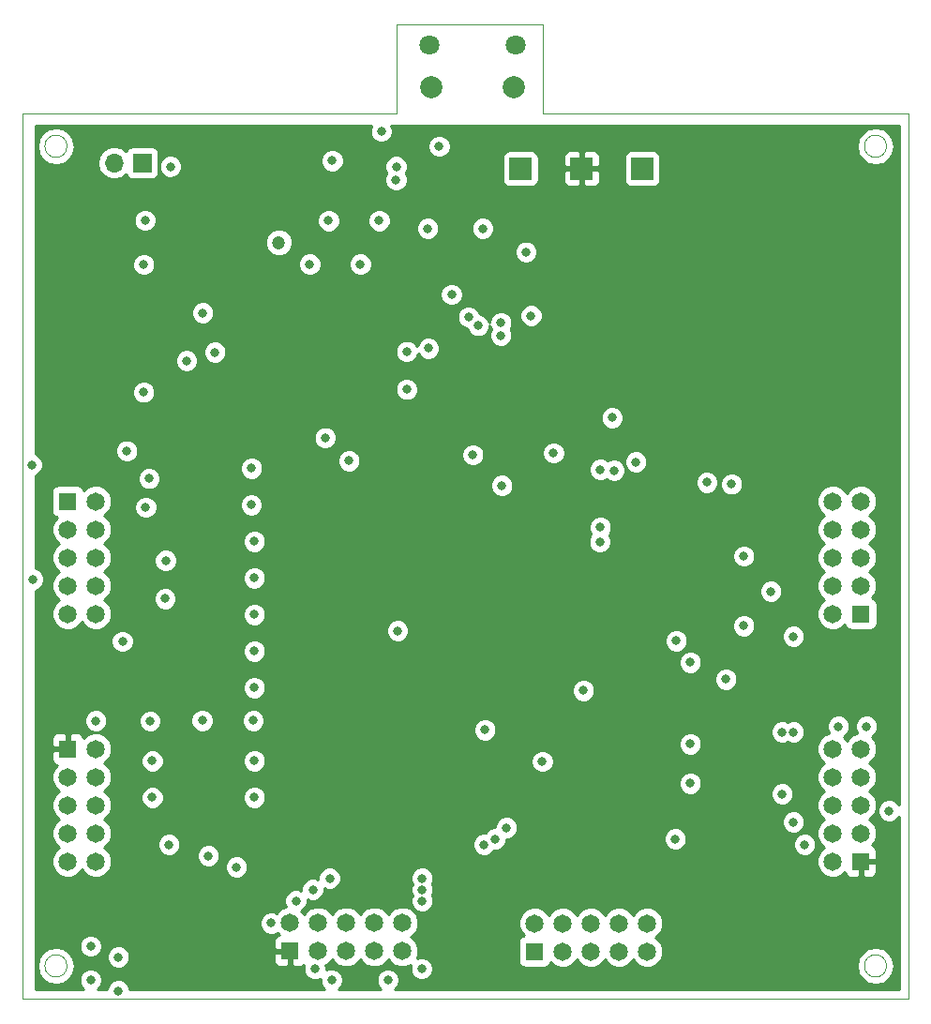
<source format=gbr>
%TF.GenerationSoftware,KiCad,Pcbnew,(5.0.0)*%
%TF.CreationDate,2020-03-23T14:11:06+01:00*%
%TF.ProjectId,Schaltplan_Mainboard,536368616C74706C616E5F4D61696E62,rev?*%
%TF.SameCoordinates,Original*%
%TF.FileFunction,Copper,L3,Inr,Plane*%
%TF.FilePolarity,Positive*%
%FSLAX46Y46*%
G04 Gerber Fmt 4.6, Leading zero omitted, Abs format (unit mm)*
G04 Created by KiCad (PCBNEW (5.0.0)) date 03/23/20 14:11:06*
%MOMM*%
%LPD*%
G01*
G04 APERTURE LIST*
%TA.AperFunction,NonConductor*%
%ADD10C,0.100000*%
%TD*%
%TA.AperFunction,ViaPad*%
%ADD11R,1.650000X1.650000*%
%TD*%
%TA.AperFunction,ViaPad*%
%ADD12C,1.650000*%
%TD*%
%TA.AperFunction,ViaPad*%
%ADD13R,1.700000X1.700000*%
%TD*%
%TA.AperFunction,ViaPad*%
%ADD14O,1.700000X1.700000*%
%TD*%
%TA.AperFunction,ViaPad*%
%ADD15R,2.000000X2.000000*%
%TD*%
%TA.AperFunction,ViaPad*%
%ADD16C,1.800000*%
%TD*%
%TA.AperFunction,ViaPad*%
%ADD17C,2.000000*%
%TD*%
%TA.AperFunction,ViaPad*%
%ADD18C,0.800000*%
%TD*%
%TA.AperFunction,ViaPad*%
%ADD19C,1.200000*%
%TD*%
%TA.AperFunction,Conductor*%
%ADD20C,0.254000*%
%TD*%
G04 APERTURE END LIST*
D10*
X172400000Y-64440000D02*
X205400000Y-64440000D01*
X172400000Y-56440000D02*
X159200000Y-56440000D01*
X172400000Y-64440000D02*
X172400000Y-56440000D01*
X125400000Y-64440000D02*
X159200000Y-64440000D01*
X159200000Y-64440000D02*
X159200000Y-56440000D01*
X129400000Y-141450000D02*
G75*
G03X129400000Y-141450000I-1000000J0D01*
G01*
X203410000Y-67440000D02*
G75*
G03X203410000Y-67440000I-1000000J0D01*
G01*
X129400000Y-67440000D02*
G75*
G03X129400000Y-67440000I-1000000J0D01*
G01*
X203410000Y-141450000D02*
G75*
G03X203410000Y-141450000I-1000000J0D01*
G01*
X125400000Y-64440000D02*
X125400000Y-144440000D01*
X125400000Y-144440000D02*
X205400000Y-144440000D01*
X205400000Y-64440000D02*
X205400000Y-144440000D01*
D11*
%TO.N,Net-(J5-Pad1)*%
%TO.C,J5*%
X201092000Y-109652000D03*
D12*
%TO.N,Net-(J5-Pad2)*%
X198552000Y-109652000D03*
%TO.N,N/C*%
X201092000Y-107112000D03*
X198552000Y-107112000D03*
X201092000Y-104572000D03*
X198552000Y-104572000D03*
X201092000Y-102032000D03*
X198552000Y-102032000D03*
X201092000Y-99492000D03*
X198552000Y-99492000D03*
%TD*%
%TO.N,N/C*%
%TO.C,J3*%
X181788000Y-137592000D03*
X181788000Y-140132000D03*
X179248000Y-137592000D03*
X179248000Y-140132000D03*
%TO.N,Net-(C29-Pad1)*%
X176708000Y-137592000D03*
%TO.N,Net-(J3-Pad5)*%
X176708000Y-140132000D03*
%TO.N,Net-(C28-Pad1)*%
X174168000Y-137592000D03*
%TO.N,Net-(J3-Pad3)*%
X174168000Y-140132000D03*
%TO.N,Net-(C27-Pad1)*%
X171628000Y-137592000D03*
D11*
%TO.N,Net-(J3-Pad1)*%
X171628000Y-140132000D03*
%TD*%
D13*
%TO.N,EN*%
%TO.C,TP1*%
X136195000Y-68948500D03*
D14*
%TO.N,GND*%
X133655000Y-68948500D03*
%TD*%
D15*
%TO.N,+3V3*%
%TO.C,TP2*%
X175882500Y-69456500D03*
%TD*%
%TO.N,+5V*%
%TO.C,TP3*%
X170358000Y-69456500D03*
%TD*%
%TO.N,GND*%
%TO.C,TP4*%
X181343500Y-69456500D03*
%TD*%
D16*
%TO.N,Net-(J1-Pad6)*%
%TO.C,J1*%
X162125000Y-58290000D03*
X169875000Y-58290000D03*
D17*
X162275000Y-62090000D03*
X169725000Y-62090000D03*
%TD*%
D11*
%TO.N,+3V3*%
%TO.C,J2*%
X149520862Y-140095843D03*
D12*
%TO.N,GND*%
X149520862Y-137555843D03*
%TO.N,+5V*%
X152060862Y-140095843D03*
%TO.N,/VSPI_CLK*%
X152060862Y-137555843D03*
%TO.N,/SCL*%
X154600862Y-140095843D03*
%TO.N,/VSPI_MOSI*%
X154600862Y-137555843D03*
%TO.N,/SDA*%
X157140862Y-140095843D03*
%TO.N,/VSPI_MISO*%
X157140862Y-137555843D03*
%TO.N,Net-(J2-Pad9)*%
X159680862Y-140095843D03*
%TO.N,/VSPI_CS*%
X159680862Y-137555843D03*
%TD*%
%TO.N,N/C*%
%TO.C,J7*%
X132004000Y-109652000D03*
X129464000Y-109652000D03*
%TO.N,Net-(J7-Pad8)*%
X132004000Y-107112000D03*
%TO.N,Net-(J7-Pad7)*%
X129464000Y-107112000D03*
%TO.N,Net-(C23-Pad1)*%
X132004000Y-104572000D03*
%TO.N,Net-(J7-Pad5)*%
X129464000Y-104572000D03*
%TO.N,Net-(C22-Pad1)*%
X132004000Y-102032000D03*
%TO.N,Net-(J7-Pad3)*%
X129464000Y-102032000D03*
%TO.N,Net-(J7-Pad2)*%
X132004000Y-99492000D03*
D11*
%TO.N,Net-(J7-Pad1)*%
X129464000Y-99492000D03*
%TD*%
D12*
%TO.N,/VSPI_CS*%
%TO.C,J4*%
X198552000Y-121844000D03*
%TO.N,Net-(J4-Pad9)*%
X201092000Y-121844000D03*
%TO.N,/VSPI_MISO*%
X198552000Y-124384000D03*
%TO.N,/SDA*%
X201092000Y-124384000D03*
%TO.N,/VSPI_MOSI*%
X198552000Y-126924000D03*
%TO.N,/SCL*%
X201092000Y-126924000D03*
%TO.N,/VSPI_CLK*%
X198552000Y-129464000D03*
%TO.N,+5V*%
X201092000Y-129464000D03*
%TO.N,GND*%
X198552000Y-132004000D03*
D11*
%TO.N,+3V3*%
X201092000Y-132004000D03*
%TD*%
D12*
%TO.N,/VSPI_CS*%
%TO.C,J6*%
X132004000Y-132004000D03*
%TO.N,Net-(J6-Pad9)*%
X129464000Y-132004000D03*
%TO.N,/VSPI_MISO*%
X132004000Y-129464000D03*
%TO.N,/SDA*%
X129464000Y-129464000D03*
%TO.N,/VSPI_MOSI*%
X132004000Y-126924000D03*
%TO.N,/SCL*%
X129464000Y-126924000D03*
%TO.N,/VSPI_CLK*%
X132004000Y-124384000D03*
%TO.N,+5V*%
X129464000Y-124384000D03*
%TO.N,GND*%
X132004000Y-121844000D03*
D11*
%TO.N,+3V3*%
X129464000Y-121844000D03*
%TD*%
D18*
%TO.N,Net-(C13-Pad1)*%
X166536000Y-83629000D03*
X168580000Y-84506000D03*
%TO.N,/RXD*%
X177546000Y-101854000D03*
X177546000Y-96622000D03*
%TO.N,Net-(D1-Pad4)*%
X153020093Y-74157907D03*
X159120000Y-69266000D03*
%TO.N,GND*%
X167132000Y-120142000D03*
X146304000Y-116332000D03*
X146304000Y-113030000D03*
X146304000Y-109728000D03*
X146304000Y-106426000D03*
X146304000Y-103124000D03*
X146304000Y-122936000D03*
X168656000Y-98071000D03*
X190508000Y-104445000D03*
X190504000Y-110744000D03*
X185674000Y-114046000D03*
X188900000Y-115570000D03*
X146050000Y-96520000D03*
X146304000Y-126238000D03*
X146217292Y-119293292D03*
X180772000Y-95936000D03*
X147846862Y-137585843D03*
X189400000Y-97940000D03*
X146038000Y-99822000D03*
X132004000Y-119304000D03*
X159253000Y-111176000D03*
X136322000Y-89648000D03*
X136322000Y-78124000D03*
D19*
X148514000Y-76124000D03*
D18*
X153348000Y-68750000D03*
X151320593Y-78081579D03*
X155892593Y-78081579D03*
X138735000Y-69266000D03*
X141656000Y-82474000D03*
X162030000Y-85690000D03*
X173324000Y-95129000D03*
X178613000Y-91950500D03*
X166040000Y-95301000D03*
X152705000Y-93761000D03*
X154864000Y-95840000D03*
X163000000Y-67440000D03*
X172326500Y-122987000D03*
X171310500Y-82728000D03*
%TO.N,+5V*%
X126300000Y-106530000D03*
X126187400Y-96190000D03*
X157785000Y-66091000D03*
X151772000Y-141700000D03*
X161424000Y-141700000D03*
%TO.N,/SDA*%
X134036000Y-143688000D03*
X134036000Y-140640000D03*
%TO.N,+3V3*%
X181102000Y-103124000D03*
X180848000Y-117348000D03*
X185661000Y-95885000D03*
X147906862Y-140035843D03*
X129464000Y-119304000D03*
X136800000Y-93140000D03*
D19*
X146228000Y-76124000D03*
D18*
X169596000Y-95301000D03*
X152705000Y-91840000D03*
X175819000Y-123050500D03*
X173406000Y-73647500D03*
X162166500Y-89141500D03*
%TO.N,/SCL*%
X131538010Y-142714010D03*
X131538010Y-139666010D03*
X153297990Y-142714010D03*
X158377990Y-142714010D03*
X203632000Y-127432000D03*
X194996000Y-111684000D03*
%TO.N,Net-(J5-Pad2)*%
X137100000Y-122940000D03*
%TO.N,/VSPI_CLK*%
X184404000Y-112092500D03*
X150065019Y-135560000D03*
X161468000Y-135560000D03*
X196012000Y-130480000D03*
%TO.N,/VSPI_MISO*%
X142164000Y-131496000D03*
X153113019Y-133528000D03*
X161468000Y-133528000D03*
X193980000Y-125908000D03*
X193980000Y-120320000D03*
%TO.N,/VSPI_MOSI*%
X187175000Y-97790000D03*
X138608000Y-130480000D03*
X151589019Y-134544000D03*
X161468000Y-134544000D03*
X194996000Y-128448000D03*
X194996000Y-120320000D03*
X192964000Y-107620000D03*
%TO.N,IO0*%
X176022000Y-116586000D03*
X140200000Y-86810000D03*
X166929000Y-74854000D03*
%TO.N,Net-(D1-Pad3)*%
X159116000Y-70470000D03*
X157592093Y-74157907D03*
%TO.N,Net-(J5-Pad1)*%
X137100000Y-126240000D03*
%TO.N,Net-(C29-Pad1)*%
X185674000Y-121412000D03*
%TO.N,Net-(C28-Pad1)*%
X185674000Y-124968000D03*
%TO.N,Net-(C27-Pad1)*%
X184328000Y-129972000D03*
%TO.N,Net-(J3-Pad5)*%
X138254500Y-108285500D03*
X134400000Y-112140000D03*
X167056000Y-130480000D03*
%TO.N,Net-(J3-Pad3)*%
X168072000Y-129972000D03*
%TO.N,Net-(J3-Pad1)*%
X169088000Y-128956000D03*
%TO.N,Net-(C23-Pad1)*%
X141600000Y-119293292D03*
X136900000Y-119340000D03*
%TO.N,/TXD*%
X177519000Y-103151000D03*
X178800000Y-96698000D03*
%TO.N,Net-(R17-Pad1)*%
X165659000Y-82855000D03*
X168580000Y-83363000D03*
%TO.N,Net-(J7-Pad7)*%
X136800000Y-97440000D03*
X134800000Y-94940000D03*
%TO.N,Net-(J7-Pad3)*%
X136500000Y-100040000D03*
X138300000Y-104840000D03*
%TO.N,/VSPI_CS*%
X199060000Y-119812000D03*
X144704000Y-132512000D03*
%TO.N,Net-(J4-Pad9)*%
X201600000Y-119812000D03*
%TO.N,/DTR*%
X164122501Y-80823000D03*
X170850000Y-76997000D03*
%TO.N,EN*%
X142750500Y-86030000D03*
X161976000Y-74854000D03*
X136449000Y-74124000D03*
%TO.N,VBUS*%
X160071000Y-89395500D03*
X160071000Y-85966500D03*
%TD*%
D20*
%TO.N,+3V3*%
G36*
X156750000Y-65885126D02*
X156750000Y-66296874D01*
X156907569Y-66677280D01*
X157198720Y-66968431D01*
X157579126Y-67126000D01*
X157990874Y-67126000D01*
X158371280Y-66968431D01*
X158662431Y-66677280D01*
X158820000Y-66296874D01*
X158820000Y-65885126D01*
X158694856Y-65583000D01*
X204521000Y-65583000D01*
X204521000Y-126873650D01*
X204509431Y-126845720D01*
X204218280Y-126554569D01*
X203837874Y-126397000D01*
X203426126Y-126397000D01*
X203045720Y-126554569D01*
X202754569Y-126845720D01*
X202597000Y-127226126D01*
X202597000Y-127637874D01*
X202754569Y-128018280D01*
X203045720Y-128309431D01*
X203426126Y-128467000D01*
X203837874Y-128467000D01*
X204218280Y-128309431D01*
X204509431Y-128018280D01*
X204521000Y-127990350D01*
X204521000Y-143561000D01*
X158994711Y-143561000D01*
X159255421Y-143300290D01*
X159412990Y-142919884D01*
X159412990Y-142508136D01*
X159255421Y-142127730D01*
X158964270Y-141836579D01*
X158583864Y-141679010D01*
X158172116Y-141679010D01*
X157791710Y-141836579D01*
X157500559Y-142127730D01*
X157342990Y-142508136D01*
X157342990Y-142919884D01*
X157500559Y-143300290D01*
X157761269Y-143561000D01*
X153914711Y-143561000D01*
X154175421Y-143300290D01*
X154332990Y-142919884D01*
X154332990Y-142508136D01*
X154175421Y-142127730D01*
X153884270Y-141836579D01*
X153503864Y-141679010D01*
X153092116Y-141679010D01*
X152807000Y-141797109D01*
X152807000Y-141494126D01*
X152762081Y-141385681D01*
X152887886Y-141333571D01*
X153298590Y-140922867D01*
X153330862Y-140844956D01*
X153363134Y-140922867D01*
X153773838Y-141333571D01*
X154310450Y-141555843D01*
X154891274Y-141555843D01*
X155427886Y-141333571D01*
X155838590Y-140922867D01*
X155870862Y-140844956D01*
X155903134Y-140922867D01*
X156313838Y-141333571D01*
X156850450Y-141555843D01*
X157431274Y-141555843D01*
X157967886Y-141333571D01*
X158378590Y-140922867D01*
X158410862Y-140844956D01*
X158443134Y-140922867D01*
X158853838Y-141333571D01*
X159390450Y-141555843D01*
X159971274Y-141555843D01*
X160444655Y-141359762D01*
X160389000Y-141494126D01*
X160389000Y-141905874D01*
X160546569Y-142286280D01*
X160837720Y-142577431D01*
X161218126Y-142735000D01*
X161629874Y-142735000D01*
X162010280Y-142577431D01*
X162301431Y-142286280D01*
X162459000Y-141905874D01*
X162459000Y-141494126D01*
X162301431Y-141113720D01*
X162010280Y-140822569D01*
X161629874Y-140665000D01*
X161218126Y-140665000D01*
X160985488Y-140761362D01*
X161140862Y-140386255D01*
X161140862Y-139805431D01*
X160934406Y-139307000D01*
X170155560Y-139307000D01*
X170155560Y-140957000D01*
X170204843Y-141204765D01*
X170345191Y-141414809D01*
X170555235Y-141555157D01*
X170803000Y-141604440D01*
X172453000Y-141604440D01*
X172700765Y-141555157D01*
X172910809Y-141414809D01*
X173051157Y-141204765D01*
X173071872Y-141100624D01*
X173340976Y-141369728D01*
X173877588Y-141592000D01*
X174458412Y-141592000D01*
X174995024Y-141369728D01*
X175405728Y-140959024D01*
X175438000Y-140881113D01*
X175470272Y-140959024D01*
X175880976Y-141369728D01*
X176417588Y-141592000D01*
X176998412Y-141592000D01*
X177535024Y-141369728D01*
X177945728Y-140959024D01*
X177978000Y-140881113D01*
X178010272Y-140959024D01*
X178420976Y-141369728D01*
X178957588Y-141592000D01*
X179538412Y-141592000D01*
X180075024Y-141369728D01*
X180485728Y-140959024D01*
X180518000Y-140881113D01*
X180550272Y-140959024D01*
X180960976Y-141369728D01*
X181497588Y-141592000D01*
X182078412Y-141592000D01*
X182421230Y-141450000D01*
X200705000Y-141450000D01*
X200834785Y-142102475D01*
X201204383Y-142655617D01*
X201757525Y-143025215D01*
X202410000Y-143155000D01*
X203062475Y-143025215D01*
X203615617Y-142655617D01*
X203985215Y-142102475D01*
X204115000Y-141450000D01*
X203985215Y-140797525D01*
X203615617Y-140244383D01*
X203062475Y-139874785D01*
X202410000Y-139745000D01*
X201757525Y-139874785D01*
X201204383Y-140244383D01*
X200834785Y-140797525D01*
X200705000Y-141450000D01*
X182421230Y-141450000D01*
X182615024Y-141369728D01*
X183025728Y-140959024D01*
X183248000Y-140422412D01*
X183248000Y-139841588D01*
X183025728Y-139304976D01*
X182615024Y-138894272D01*
X182537113Y-138862000D01*
X182615024Y-138829728D01*
X183025728Y-138419024D01*
X183248000Y-137882412D01*
X183248000Y-137301588D01*
X183025728Y-136764976D01*
X182615024Y-136354272D01*
X182078412Y-136132000D01*
X181497588Y-136132000D01*
X180960976Y-136354272D01*
X180550272Y-136764976D01*
X180518000Y-136842887D01*
X180485728Y-136764976D01*
X180075024Y-136354272D01*
X179538412Y-136132000D01*
X178957588Y-136132000D01*
X178420976Y-136354272D01*
X178010272Y-136764976D01*
X177978000Y-136842887D01*
X177945728Y-136764976D01*
X177535024Y-136354272D01*
X176998412Y-136132000D01*
X176417588Y-136132000D01*
X175880976Y-136354272D01*
X175470272Y-136764976D01*
X175438000Y-136842887D01*
X175405728Y-136764976D01*
X174995024Y-136354272D01*
X174458412Y-136132000D01*
X173877588Y-136132000D01*
X173340976Y-136354272D01*
X172930272Y-136764976D01*
X172898000Y-136842887D01*
X172865728Y-136764976D01*
X172455024Y-136354272D01*
X171918412Y-136132000D01*
X171337588Y-136132000D01*
X170800976Y-136354272D01*
X170390272Y-136764976D01*
X170168000Y-137301588D01*
X170168000Y-137882412D01*
X170390272Y-138419024D01*
X170659376Y-138688128D01*
X170555235Y-138708843D01*
X170345191Y-138849191D01*
X170204843Y-139059235D01*
X170155560Y-139307000D01*
X160934406Y-139307000D01*
X160918590Y-139268819D01*
X160507886Y-138858115D01*
X160429975Y-138825843D01*
X160507886Y-138793571D01*
X160918590Y-138382867D01*
X161140862Y-137846255D01*
X161140862Y-137265431D01*
X160918590Y-136728819D01*
X160507886Y-136318115D01*
X159971274Y-136095843D01*
X159390450Y-136095843D01*
X158853838Y-136318115D01*
X158443134Y-136728819D01*
X158410862Y-136806730D01*
X158378590Y-136728819D01*
X157967886Y-136318115D01*
X157431274Y-136095843D01*
X156850450Y-136095843D01*
X156313838Y-136318115D01*
X155903134Y-136728819D01*
X155870862Y-136806730D01*
X155838590Y-136728819D01*
X155427886Y-136318115D01*
X154891274Y-136095843D01*
X154310450Y-136095843D01*
X153773838Y-136318115D01*
X153363134Y-136728819D01*
X153330862Y-136806730D01*
X153298590Y-136728819D01*
X152887886Y-136318115D01*
X152351274Y-136095843D01*
X151770450Y-136095843D01*
X151233838Y-136318115D01*
X150823134Y-136728819D01*
X150790862Y-136806730D01*
X150758590Y-136728819D01*
X150521123Y-136491352D01*
X150651299Y-136437431D01*
X150942450Y-136146280D01*
X151100019Y-135765874D01*
X151100019Y-135461726D01*
X151383145Y-135579000D01*
X151794893Y-135579000D01*
X152175299Y-135421431D01*
X152466450Y-135130280D01*
X152624019Y-134749874D01*
X152624019Y-134445726D01*
X152907145Y-134563000D01*
X153318893Y-134563000D01*
X153699299Y-134405431D01*
X153990450Y-134114280D01*
X154148019Y-133733874D01*
X154148019Y-133322126D01*
X160433000Y-133322126D01*
X160433000Y-133733874D01*
X160558144Y-134036000D01*
X160433000Y-134338126D01*
X160433000Y-134749874D01*
X160558144Y-135052000D01*
X160433000Y-135354126D01*
X160433000Y-135765874D01*
X160590569Y-136146280D01*
X160881720Y-136437431D01*
X161262126Y-136595000D01*
X161673874Y-136595000D01*
X162054280Y-136437431D01*
X162345431Y-136146280D01*
X162503000Y-135765874D01*
X162503000Y-135354126D01*
X162377856Y-135052000D01*
X162503000Y-134749874D01*
X162503000Y-134338126D01*
X162377856Y-134036000D01*
X162503000Y-133733874D01*
X162503000Y-133322126D01*
X162345431Y-132941720D01*
X162054280Y-132650569D01*
X161673874Y-132493000D01*
X161262126Y-132493000D01*
X160881720Y-132650569D01*
X160590569Y-132941720D01*
X160433000Y-133322126D01*
X154148019Y-133322126D01*
X153990450Y-132941720D01*
X153699299Y-132650569D01*
X153318893Y-132493000D01*
X152907145Y-132493000D01*
X152526739Y-132650569D01*
X152235588Y-132941720D01*
X152078019Y-133322126D01*
X152078019Y-133626274D01*
X151794893Y-133509000D01*
X151383145Y-133509000D01*
X151002739Y-133666569D01*
X150711588Y-133957720D01*
X150554019Y-134338126D01*
X150554019Y-134642274D01*
X150270893Y-134525000D01*
X149859145Y-134525000D01*
X149478739Y-134682569D01*
X149187588Y-134973720D01*
X149030019Y-135354126D01*
X149030019Y-135765874D01*
X149176033Y-136118383D01*
X148693838Y-136318115D01*
X148341500Y-136670453D01*
X148052736Y-136550843D01*
X147640988Y-136550843D01*
X147260582Y-136708412D01*
X146969431Y-136999563D01*
X146811862Y-137379969D01*
X146811862Y-137791717D01*
X146969431Y-138172123D01*
X147260582Y-138463274D01*
X147640988Y-138620843D01*
X148052736Y-138620843D01*
X148383927Y-138483660D01*
X148545905Y-138645638D01*
X148336164Y-138732516D01*
X148157535Y-138911144D01*
X148060862Y-139144533D01*
X148060862Y-139810093D01*
X148219612Y-139968843D01*
X149393862Y-139968843D01*
X149393862Y-139948843D01*
X149647862Y-139948843D01*
X149647862Y-139968843D01*
X149667862Y-139968843D01*
X149667862Y-140222843D01*
X149647862Y-140222843D01*
X149647862Y-141397093D01*
X149806612Y-141555843D01*
X150472171Y-141555843D01*
X150705560Y-141459170D01*
X150783949Y-141380782D01*
X150737000Y-141494126D01*
X150737000Y-141905874D01*
X150894569Y-142286280D01*
X151185720Y-142577431D01*
X151566126Y-142735000D01*
X151977874Y-142735000D01*
X152262990Y-142616901D01*
X152262990Y-142919884D01*
X152420559Y-143300290D01*
X152681269Y-143561000D01*
X135071000Y-143561000D01*
X135071000Y-143482126D01*
X134913431Y-143101720D01*
X134622280Y-142810569D01*
X134241874Y-142653000D01*
X133830126Y-142653000D01*
X133449720Y-142810569D01*
X133158569Y-143101720D01*
X133001000Y-143482126D01*
X133001000Y-143561000D01*
X132154731Y-143561000D01*
X132415441Y-143300290D01*
X132573010Y-142919884D01*
X132573010Y-142508136D01*
X132415441Y-142127730D01*
X132124290Y-141836579D01*
X131743884Y-141679010D01*
X131332136Y-141679010D01*
X130951730Y-141836579D01*
X130660579Y-142127730D01*
X130503010Y-142508136D01*
X130503010Y-142919884D01*
X130660579Y-143300290D01*
X130921289Y-143561000D01*
X126543000Y-143561000D01*
X126543000Y-141450000D01*
X126695000Y-141450000D01*
X126824785Y-142102475D01*
X127194383Y-142655617D01*
X127747525Y-143025215D01*
X128400000Y-143155000D01*
X129052475Y-143025215D01*
X129605617Y-142655617D01*
X129975215Y-142102475D01*
X130105000Y-141450000D01*
X129975215Y-140797525D01*
X129605617Y-140244383D01*
X129052475Y-139874785D01*
X128400000Y-139745000D01*
X127747525Y-139874785D01*
X127194383Y-140244383D01*
X126824785Y-140797525D01*
X126695000Y-141450000D01*
X126543000Y-141450000D01*
X126543000Y-139460136D01*
X130503010Y-139460136D01*
X130503010Y-139871884D01*
X130660579Y-140252290D01*
X130951730Y-140543441D01*
X131332136Y-140701010D01*
X131743884Y-140701010D01*
X132124290Y-140543441D01*
X132233605Y-140434126D01*
X133001000Y-140434126D01*
X133001000Y-140845874D01*
X133158569Y-141226280D01*
X133449720Y-141517431D01*
X133830126Y-141675000D01*
X134241874Y-141675000D01*
X134622280Y-141517431D01*
X134913431Y-141226280D01*
X135071000Y-140845874D01*
X135071000Y-140434126D01*
X135049241Y-140381593D01*
X148060862Y-140381593D01*
X148060862Y-141047153D01*
X148157535Y-141280542D01*
X148336164Y-141459170D01*
X148569553Y-141555843D01*
X149235112Y-141555843D01*
X149393862Y-141397093D01*
X149393862Y-140222843D01*
X148219612Y-140222843D01*
X148060862Y-140381593D01*
X135049241Y-140381593D01*
X134913431Y-140053720D01*
X134622280Y-139762569D01*
X134241874Y-139605000D01*
X133830126Y-139605000D01*
X133449720Y-139762569D01*
X133158569Y-140053720D01*
X133001000Y-140434126D01*
X132233605Y-140434126D01*
X132415441Y-140252290D01*
X132573010Y-139871884D01*
X132573010Y-139460136D01*
X132415441Y-139079730D01*
X132124290Y-138788579D01*
X131743884Y-138631010D01*
X131332136Y-138631010D01*
X130951730Y-138788579D01*
X130660579Y-139079730D01*
X130503010Y-139460136D01*
X126543000Y-139460136D01*
X126543000Y-122129750D01*
X128004000Y-122129750D01*
X128004000Y-122795309D01*
X128100673Y-123028698D01*
X128279301Y-123207327D01*
X128489043Y-123294205D01*
X128226272Y-123556976D01*
X128004000Y-124093588D01*
X128004000Y-124674412D01*
X128226272Y-125211024D01*
X128636976Y-125621728D01*
X128714887Y-125654000D01*
X128636976Y-125686272D01*
X128226272Y-126096976D01*
X128004000Y-126633588D01*
X128004000Y-127214412D01*
X128226272Y-127751024D01*
X128636976Y-128161728D01*
X128714887Y-128194000D01*
X128636976Y-128226272D01*
X128226272Y-128636976D01*
X128004000Y-129173588D01*
X128004000Y-129754412D01*
X128226272Y-130291024D01*
X128636976Y-130701728D01*
X128714887Y-130734000D01*
X128636976Y-130766272D01*
X128226272Y-131176976D01*
X128004000Y-131713588D01*
X128004000Y-132294412D01*
X128226272Y-132831024D01*
X128636976Y-133241728D01*
X129173588Y-133464000D01*
X129754412Y-133464000D01*
X130291024Y-133241728D01*
X130701728Y-132831024D01*
X130734000Y-132753113D01*
X130766272Y-132831024D01*
X131176976Y-133241728D01*
X131713588Y-133464000D01*
X132294412Y-133464000D01*
X132831024Y-133241728D01*
X133241728Y-132831024D01*
X133464000Y-132294412D01*
X133464000Y-131713588D01*
X133241728Y-131176976D01*
X132831024Y-130766272D01*
X132753113Y-130734000D01*
X132831024Y-130701728D01*
X133241728Y-130291024D01*
X133248727Y-130274126D01*
X137573000Y-130274126D01*
X137573000Y-130685874D01*
X137730569Y-131066280D01*
X138021720Y-131357431D01*
X138402126Y-131515000D01*
X138813874Y-131515000D01*
X139194280Y-131357431D01*
X139261585Y-131290126D01*
X141129000Y-131290126D01*
X141129000Y-131701874D01*
X141286569Y-132082280D01*
X141577720Y-132373431D01*
X141958126Y-132531000D01*
X142369874Y-132531000D01*
X142750280Y-132373431D01*
X142817585Y-132306126D01*
X143669000Y-132306126D01*
X143669000Y-132717874D01*
X143826569Y-133098280D01*
X144117720Y-133389431D01*
X144498126Y-133547000D01*
X144909874Y-133547000D01*
X145290280Y-133389431D01*
X145581431Y-133098280D01*
X145739000Y-132717874D01*
X145739000Y-132306126D01*
X145581431Y-131925720D01*
X145290280Y-131634569D01*
X144909874Y-131477000D01*
X144498126Y-131477000D01*
X144117720Y-131634569D01*
X143826569Y-131925720D01*
X143669000Y-132306126D01*
X142817585Y-132306126D01*
X143041431Y-132082280D01*
X143199000Y-131701874D01*
X143199000Y-131290126D01*
X143041431Y-130909720D01*
X142750280Y-130618569D01*
X142369874Y-130461000D01*
X141958126Y-130461000D01*
X141577720Y-130618569D01*
X141286569Y-130909720D01*
X141129000Y-131290126D01*
X139261585Y-131290126D01*
X139485431Y-131066280D01*
X139643000Y-130685874D01*
X139643000Y-130274126D01*
X166021000Y-130274126D01*
X166021000Y-130685874D01*
X166178569Y-131066280D01*
X166469720Y-131357431D01*
X166850126Y-131515000D01*
X167261874Y-131515000D01*
X167642280Y-131357431D01*
X167933431Y-131066280D01*
X167957986Y-131007000D01*
X168277874Y-131007000D01*
X168658280Y-130849431D01*
X168949431Y-130558280D01*
X169107000Y-130177874D01*
X169107000Y-129991000D01*
X169293874Y-129991000D01*
X169674280Y-129833431D01*
X169741585Y-129766126D01*
X183293000Y-129766126D01*
X183293000Y-130177874D01*
X183450569Y-130558280D01*
X183741720Y-130849431D01*
X184122126Y-131007000D01*
X184533874Y-131007000D01*
X184914280Y-130849431D01*
X185205431Y-130558280D01*
X185323131Y-130274126D01*
X194977000Y-130274126D01*
X194977000Y-130685874D01*
X195134569Y-131066280D01*
X195425720Y-131357431D01*
X195806126Y-131515000D01*
X196217874Y-131515000D01*
X196598280Y-131357431D01*
X196889431Y-131066280D01*
X197047000Y-130685874D01*
X197047000Y-130274126D01*
X196889431Y-129893720D01*
X196598280Y-129602569D01*
X196217874Y-129445000D01*
X195806126Y-129445000D01*
X195425720Y-129602569D01*
X195134569Y-129893720D01*
X194977000Y-130274126D01*
X185323131Y-130274126D01*
X185363000Y-130177874D01*
X185363000Y-129766126D01*
X185205431Y-129385720D01*
X184914280Y-129094569D01*
X184533874Y-128937000D01*
X184122126Y-128937000D01*
X183741720Y-129094569D01*
X183450569Y-129385720D01*
X183293000Y-129766126D01*
X169741585Y-129766126D01*
X169965431Y-129542280D01*
X170123000Y-129161874D01*
X170123000Y-128750126D01*
X169965431Y-128369720D01*
X169837837Y-128242126D01*
X193961000Y-128242126D01*
X193961000Y-128653874D01*
X194118569Y-129034280D01*
X194409720Y-129325431D01*
X194790126Y-129483000D01*
X195201874Y-129483000D01*
X195582280Y-129325431D01*
X195873431Y-129034280D01*
X196031000Y-128653874D01*
X196031000Y-128242126D01*
X195873431Y-127861720D01*
X195582280Y-127570569D01*
X195201874Y-127413000D01*
X194790126Y-127413000D01*
X194409720Y-127570569D01*
X194118569Y-127861720D01*
X193961000Y-128242126D01*
X169837837Y-128242126D01*
X169674280Y-128078569D01*
X169293874Y-127921000D01*
X168882126Y-127921000D01*
X168501720Y-128078569D01*
X168210569Y-128369720D01*
X168053000Y-128750126D01*
X168053000Y-128937000D01*
X167866126Y-128937000D01*
X167485720Y-129094569D01*
X167194569Y-129385720D01*
X167170014Y-129445000D01*
X166850126Y-129445000D01*
X166469720Y-129602569D01*
X166178569Y-129893720D01*
X166021000Y-130274126D01*
X139643000Y-130274126D01*
X139485431Y-129893720D01*
X139194280Y-129602569D01*
X138813874Y-129445000D01*
X138402126Y-129445000D01*
X138021720Y-129602569D01*
X137730569Y-129893720D01*
X137573000Y-130274126D01*
X133248727Y-130274126D01*
X133464000Y-129754412D01*
X133464000Y-129173588D01*
X133241728Y-128636976D01*
X132831024Y-128226272D01*
X132753113Y-128194000D01*
X132831024Y-128161728D01*
X133241728Y-127751024D01*
X133464000Y-127214412D01*
X133464000Y-126633588D01*
X133241728Y-126096976D01*
X133178878Y-126034126D01*
X136065000Y-126034126D01*
X136065000Y-126445874D01*
X136222569Y-126826280D01*
X136513720Y-127117431D01*
X136894126Y-127275000D01*
X137305874Y-127275000D01*
X137686280Y-127117431D01*
X137977431Y-126826280D01*
X138135000Y-126445874D01*
X138135000Y-126034126D01*
X138134172Y-126032126D01*
X145269000Y-126032126D01*
X145269000Y-126443874D01*
X145426569Y-126824280D01*
X145717720Y-127115431D01*
X146098126Y-127273000D01*
X146509874Y-127273000D01*
X146890280Y-127115431D01*
X147181431Y-126824280D01*
X147339000Y-126443874D01*
X147339000Y-126032126D01*
X147181431Y-125651720D01*
X146890280Y-125360569D01*
X146509874Y-125203000D01*
X146098126Y-125203000D01*
X145717720Y-125360569D01*
X145426569Y-125651720D01*
X145269000Y-126032126D01*
X138134172Y-126032126D01*
X137977431Y-125653720D01*
X137686280Y-125362569D01*
X137305874Y-125205000D01*
X136894126Y-125205000D01*
X136513720Y-125362569D01*
X136222569Y-125653720D01*
X136065000Y-126034126D01*
X133178878Y-126034126D01*
X132831024Y-125686272D01*
X132753113Y-125654000D01*
X132831024Y-125621728D01*
X133241728Y-125211024D01*
X133427667Y-124762126D01*
X184639000Y-124762126D01*
X184639000Y-125173874D01*
X184796569Y-125554280D01*
X185087720Y-125845431D01*
X185468126Y-126003000D01*
X185879874Y-126003000D01*
X186260280Y-125845431D01*
X186403585Y-125702126D01*
X192945000Y-125702126D01*
X192945000Y-126113874D01*
X193102569Y-126494280D01*
X193393720Y-126785431D01*
X193774126Y-126943000D01*
X194185874Y-126943000D01*
X194566280Y-126785431D01*
X194857431Y-126494280D01*
X195015000Y-126113874D01*
X195015000Y-125702126D01*
X194857431Y-125321720D01*
X194566280Y-125030569D01*
X194185874Y-124873000D01*
X193774126Y-124873000D01*
X193393720Y-125030569D01*
X193102569Y-125321720D01*
X192945000Y-125702126D01*
X186403585Y-125702126D01*
X186551431Y-125554280D01*
X186709000Y-125173874D01*
X186709000Y-124762126D01*
X186551431Y-124381720D01*
X186260280Y-124090569D01*
X185879874Y-123933000D01*
X185468126Y-123933000D01*
X185087720Y-124090569D01*
X184796569Y-124381720D01*
X184639000Y-124762126D01*
X133427667Y-124762126D01*
X133464000Y-124674412D01*
X133464000Y-124093588D01*
X133241728Y-123556976D01*
X132831024Y-123146272D01*
X132753113Y-123114000D01*
X132831024Y-123081728D01*
X133178626Y-122734126D01*
X136065000Y-122734126D01*
X136065000Y-123145874D01*
X136222569Y-123526280D01*
X136513720Y-123817431D01*
X136894126Y-123975000D01*
X137305874Y-123975000D01*
X137686280Y-123817431D01*
X137977431Y-123526280D01*
X138135000Y-123145874D01*
X138135000Y-122734126D01*
X138133344Y-122730126D01*
X145269000Y-122730126D01*
X145269000Y-123141874D01*
X145426569Y-123522280D01*
X145717720Y-123813431D01*
X146098126Y-123971000D01*
X146509874Y-123971000D01*
X146890280Y-123813431D01*
X147181431Y-123522280D01*
X147339000Y-123141874D01*
X147339000Y-122781126D01*
X171291500Y-122781126D01*
X171291500Y-123192874D01*
X171449069Y-123573280D01*
X171740220Y-123864431D01*
X172120626Y-124022000D01*
X172532374Y-124022000D01*
X172912780Y-123864431D01*
X173203931Y-123573280D01*
X173361500Y-123192874D01*
X173361500Y-122781126D01*
X173203931Y-122400720D01*
X172912780Y-122109569D01*
X172532374Y-121952000D01*
X172120626Y-121952000D01*
X171740220Y-122109569D01*
X171449069Y-122400720D01*
X171291500Y-122781126D01*
X147339000Y-122781126D01*
X147339000Y-122730126D01*
X147181431Y-122349720D01*
X146890280Y-122058569D01*
X146509874Y-121901000D01*
X146098126Y-121901000D01*
X145717720Y-122058569D01*
X145426569Y-122349720D01*
X145269000Y-122730126D01*
X138133344Y-122730126D01*
X137977431Y-122353720D01*
X137686280Y-122062569D01*
X137305874Y-121905000D01*
X136894126Y-121905000D01*
X136513720Y-122062569D01*
X136222569Y-122353720D01*
X136065000Y-122734126D01*
X133178626Y-122734126D01*
X133241728Y-122671024D01*
X133464000Y-122134412D01*
X133464000Y-121553588D01*
X133320077Y-121206126D01*
X184639000Y-121206126D01*
X184639000Y-121617874D01*
X184796569Y-121998280D01*
X185087720Y-122289431D01*
X185468126Y-122447000D01*
X185879874Y-122447000D01*
X186260280Y-122289431D01*
X186551431Y-121998280D01*
X186709000Y-121617874D01*
X186709000Y-121553588D01*
X197092000Y-121553588D01*
X197092000Y-122134412D01*
X197314272Y-122671024D01*
X197724976Y-123081728D01*
X197802887Y-123114000D01*
X197724976Y-123146272D01*
X197314272Y-123556976D01*
X197092000Y-124093588D01*
X197092000Y-124674412D01*
X197314272Y-125211024D01*
X197724976Y-125621728D01*
X197802887Y-125654000D01*
X197724976Y-125686272D01*
X197314272Y-126096976D01*
X197092000Y-126633588D01*
X197092000Y-127214412D01*
X197314272Y-127751024D01*
X197724976Y-128161728D01*
X197802887Y-128194000D01*
X197724976Y-128226272D01*
X197314272Y-128636976D01*
X197092000Y-129173588D01*
X197092000Y-129754412D01*
X197314272Y-130291024D01*
X197724976Y-130701728D01*
X197802887Y-130734000D01*
X197724976Y-130766272D01*
X197314272Y-131176976D01*
X197092000Y-131713588D01*
X197092000Y-132294412D01*
X197314272Y-132831024D01*
X197724976Y-133241728D01*
X198261588Y-133464000D01*
X198842412Y-133464000D01*
X199379024Y-133241728D01*
X199641795Y-132978957D01*
X199728673Y-133188698D01*
X199907301Y-133367327D01*
X200140690Y-133464000D01*
X200806250Y-133464000D01*
X200965000Y-133305250D01*
X200965000Y-132131000D01*
X201219000Y-132131000D01*
X201219000Y-133305250D01*
X201377750Y-133464000D01*
X202043310Y-133464000D01*
X202276699Y-133367327D01*
X202455327Y-133188698D01*
X202552000Y-132955309D01*
X202552000Y-132289750D01*
X202393250Y-132131000D01*
X201219000Y-132131000D01*
X200965000Y-132131000D01*
X200945000Y-132131000D01*
X200945000Y-131877000D01*
X200965000Y-131877000D01*
X200965000Y-131857000D01*
X201219000Y-131857000D01*
X201219000Y-131877000D01*
X202393250Y-131877000D01*
X202552000Y-131718250D01*
X202552000Y-131052691D01*
X202455327Y-130819302D01*
X202276699Y-130640673D01*
X202066957Y-130553795D01*
X202329728Y-130291024D01*
X202552000Y-129754412D01*
X202552000Y-129173588D01*
X202329728Y-128636976D01*
X201919024Y-128226272D01*
X201841113Y-128194000D01*
X201919024Y-128161728D01*
X202329728Y-127751024D01*
X202552000Y-127214412D01*
X202552000Y-126633588D01*
X202329728Y-126096976D01*
X201919024Y-125686272D01*
X201841113Y-125654000D01*
X201919024Y-125621728D01*
X202329728Y-125211024D01*
X202552000Y-124674412D01*
X202552000Y-124093588D01*
X202329728Y-123556976D01*
X201919024Y-123146272D01*
X201841113Y-123114000D01*
X201919024Y-123081728D01*
X202329728Y-122671024D01*
X202552000Y-122134412D01*
X202552000Y-121553588D01*
X202329728Y-121016976D01*
X202056104Y-120743352D01*
X202186280Y-120689431D01*
X202477431Y-120398280D01*
X202635000Y-120017874D01*
X202635000Y-119606126D01*
X202477431Y-119225720D01*
X202186280Y-118934569D01*
X201805874Y-118777000D01*
X201394126Y-118777000D01*
X201013720Y-118934569D01*
X200722569Y-119225720D01*
X200565000Y-119606126D01*
X200565000Y-120017874D01*
X200722569Y-120398280D01*
X200735616Y-120411327D01*
X200264976Y-120606272D01*
X199854272Y-121016976D01*
X199822000Y-121094887D01*
X199789728Y-121016976D01*
X199516104Y-120743352D01*
X199646280Y-120689431D01*
X199937431Y-120398280D01*
X200095000Y-120017874D01*
X200095000Y-119606126D01*
X199937431Y-119225720D01*
X199646280Y-118934569D01*
X199265874Y-118777000D01*
X198854126Y-118777000D01*
X198473720Y-118934569D01*
X198182569Y-119225720D01*
X198025000Y-119606126D01*
X198025000Y-120017874D01*
X198182569Y-120398280D01*
X198195616Y-120411327D01*
X197724976Y-120606272D01*
X197314272Y-121016976D01*
X197092000Y-121553588D01*
X186709000Y-121553588D01*
X186709000Y-121206126D01*
X186551431Y-120825720D01*
X186260280Y-120534569D01*
X185879874Y-120377000D01*
X185468126Y-120377000D01*
X185087720Y-120534569D01*
X184796569Y-120825720D01*
X184639000Y-121206126D01*
X133320077Y-121206126D01*
X133241728Y-121016976D01*
X132831024Y-120606272D01*
X132294412Y-120384000D01*
X131713588Y-120384000D01*
X131176976Y-120606272D01*
X130914205Y-120869043D01*
X130827327Y-120659302D01*
X130648699Y-120480673D01*
X130415310Y-120384000D01*
X129749750Y-120384000D01*
X129591000Y-120542750D01*
X129591000Y-121717000D01*
X129611000Y-121717000D01*
X129611000Y-121971000D01*
X129591000Y-121971000D01*
X129591000Y-121991000D01*
X129337000Y-121991000D01*
X129337000Y-121971000D01*
X128162750Y-121971000D01*
X128004000Y-122129750D01*
X126543000Y-122129750D01*
X126543000Y-120892691D01*
X128004000Y-120892691D01*
X128004000Y-121558250D01*
X128162750Y-121717000D01*
X129337000Y-121717000D01*
X129337000Y-120542750D01*
X129178250Y-120384000D01*
X128512690Y-120384000D01*
X128279301Y-120480673D01*
X128100673Y-120659302D01*
X128004000Y-120892691D01*
X126543000Y-120892691D01*
X126543000Y-119098126D01*
X130969000Y-119098126D01*
X130969000Y-119509874D01*
X131126569Y-119890280D01*
X131417720Y-120181431D01*
X131798126Y-120339000D01*
X132209874Y-120339000D01*
X132590280Y-120181431D01*
X132881431Y-119890280D01*
X133039000Y-119509874D01*
X133039000Y-119134126D01*
X135865000Y-119134126D01*
X135865000Y-119545874D01*
X136022569Y-119926280D01*
X136313720Y-120217431D01*
X136694126Y-120375000D01*
X137105874Y-120375000D01*
X137486280Y-120217431D01*
X137777431Y-119926280D01*
X137935000Y-119545874D01*
X137935000Y-119134126D01*
X137915653Y-119087418D01*
X140565000Y-119087418D01*
X140565000Y-119499166D01*
X140722569Y-119879572D01*
X141013720Y-120170723D01*
X141394126Y-120328292D01*
X141805874Y-120328292D01*
X142186280Y-120170723D01*
X142477431Y-119879572D01*
X142635000Y-119499166D01*
X142635000Y-119087418D01*
X145182292Y-119087418D01*
X145182292Y-119499166D01*
X145339861Y-119879572D01*
X145631012Y-120170723D01*
X146011418Y-120328292D01*
X146423166Y-120328292D01*
X146803572Y-120170723D01*
X147038169Y-119936126D01*
X166097000Y-119936126D01*
X166097000Y-120347874D01*
X166254569Y-120728280D01*
X166545720Y-121019431D01*
X166926126Y-121177000D01*
X167337874Y-121177000D01*
X167718280Y-121019431D01*
X168009431Y-120728280D01*
X168167000Y-120347874D01*
X168167000Y-120114126D01*
X192945000Y-120114126D01*
X192945000Y-120525874D01*
X193102569Y-120906280D01*
X193393720Y-121197431D01*
X193774126Y-121355000D01*
X194185874Y-121355000D01*
X194488000Y-121229856D01*
X194790126Y-121355000D01*
X195201874Y-121355000D01*
X195582280Y-121197431D01*
X195873431Y-120906280D01*
X196031000Y-120525874D01*
X196031000Y-120114126D01*
X195873431Y-119733720D01*
X195582280Y-119442569D01*
X195201874Y-119285000D01*
X194790126Y-119285000D01*
X194488000Y-119410144D01*
X194185874Y-119285000D01*
X193774126Y-119285000D01*
X193393720Y-119442569D01*
X193102569Y-119733720D01*
X192945000Y-120114126D01*
X168167000Y-120114126D01*
X168167000Y-119936126D01*
X168009431Y-119555720D01*
X167718280Y-119264569D01*
X167337874Y-119107000D01*
X166926126Y-119107000D01*
X166545720Y-119264569D01*
X166254569Y-119555720D01*
X166097000Y-119936126D01*
X147038169Y-119936126D01*
X147094723Y-119879572D01*
X147252292Y-119499166D01*
X147252292Y-119087418D01*
X147094723Y-118707012D01*
X146803572Y-118415861D01*
X146423166Y-118258292D01*
X146011418Y-118258292D01*
X145631012Y-118415861D01*
X145339861Y-118707012D01*
X145182292Y-119087418D01*
X142635000Y-119087418D01*
X142477431Y-118707012D01*
X142186280Y-118415861D01*
X141805874Y-118258292D01*
X141394126Y-118258292D01*
X141013720Y-118415861D01*
X140722569Y-118707012D01*
X140565000Y-119087418D01*
X137915653Y-119087418D01*
X137777431Y-118753720D01*
X137486280Y-118462569D01*
X137105874Y-118305000D01*
X136694126Y-118305000D01*
X136313720Y-118462569D01*
X136022569Y-118753720D01*
X135865000Y-119134126D01*
X133039000Y-119134126D01*
X133039000Y-119098126D01*
X132881431Y-118717720D01*
X132590280Y-118426569D01*
X132209874Y-118269000D01*
X131798126Y-118269000D01*
X131417720Y-118426569D01*
X131126569Y-118717720D01*
X130969000Y-119098126D01*
X126543000Y-119098126D01*
X126543000Y-116126126D01*
X145269000Y-116126126D01*
X145269000Y-116537874D01*
X145426569Y-116918280D01*
X145717720Y-117209431D01*
X146098126Y-117367000D01*
X146509874Y-117367000D01*
X146890280Y-117209431D01*
X147181431Y-116918280D01*
X147339000Y-116537874D01*
X147339000Y-116380126D01*
X174987000Y-116380126D01*
X174987000Y-116791874D01*
X175144569Y-117172280D01*
X175435720Y-117463431D01*
X175816126Y-117621000D01*
X176227874Y-117621000D01*
X176608280Y-117463431D01*
X176899431Y-117172280D01*
X177057000Y-116791874D01*
X177057000Y-116380126D01*
X176899431Y-115999720D01*
X176608280Y-115708569D01*
X176227874Y-115551000D01*
X175816126Y-115551000D01*
X175435720Y-115708569D01*
X175144569Y-115999720D01*
X174987000Y-116380126D01*
X147339000Y-116380126D01*
X147339000Y-116126126D01*
X147181431Y-115745720D01*
X146890280Y-115454569D01*
X146671931Y-115364126D01*
X187865000Y-115364126D01*
X187865000Y-115775874D01*
X188022569Y-116156280D01*
X188313720Y-116447431D01*
X188694126Y-116605000D01*
X189105874Y-116605000D01*
X189486280Y-116447431D01*
X189777431Y-116156280D01*
X189935000Y-115775874D01*
X189935000Y-115364126D01*
X189777431Y-114983720D01*
X189486280Y-114692569D01*
X189105874Y-114535000D01*
X188694126Y-114535000D01*
X188313720Y-114692569D01*
X188022569Y-114983720D01*
X187865000Y-115364126D01*
X146671931Y-115364126D01*
X146509874Y-115297000D01*
X146098126Y-115297000D01*
X145717720Y-115454569D01*
X145426569Y-115745720D01*
X145269000Y-116126126D01*
X126543000Y-116126126D01*
X126543000Y-111934126D01*
X133365000Y-111934126D01*
X133365000Y-112345874D01*
X133522569Y-112726280D01*
X133813720Y-113017431D01*
X134194126Y-113175000D01*
X134605874Y-113175000D01*
X134986280Y-113017431D01*
X135179585Y-112824126D01*
X145269000Y-112824126D01*
X145269000Y-113235874D01*
X145426569Y-113616280D01*
X145717720Y-113907431D01*
X146098126Y-114065000D01*
X146509874Y-114065000D01*
X146890280Y-113907431D01*
X146957585Y-113840126D01*
X184639000Y-113840126D01*
X184639000Y-114251874D01*
X184796569Y-114632280D01*
X185087720Y-114923431D01*
X185468126Y-115081000D01*
X185879874Y-115081000D01*
X186260280Y-114923431D01*
X186551431Y-114632280D01*
X186709000Y-114251874D01*
X186709000Y-113840126D01*
X186551431Y-113459720D01*
X186260280Y-113168569D01*
X185879874Y-113011000D01*
X185468126Y-113011000D01*
X185087720Y-113168569D01*
X184796569Y-113459720D01*
X184639000Y-113840126D01*
X146957585Y-113840126D01*
X147181431Y-113616280D01*
X147339000Y-113235874D01*
X147339000Y-112824126D01*
X147181431Y-112443720D01*
X146890280Y-112152569D01*
X146509874Y-111995000D01*
X146098126Y-111995000D01*
X145717720Y-112152569D01*
X145426569Y-112443720D01*
X145269000Y-112824126D01*
X135179585Y-112824126D01*
X135277431Y-112726280D01*
X135435000Y-112345874D01*
X135435000Y-111934126D01*
X135277431Y-111553720D01*
X134986280Y-111262569D01*
X134605874Y-111105000D01*
X134194126Y-111105000D01*
X133813720Y-111262569D01*
X133522569Y-111553720D01*
X133365000Y-111934126D01*
X126543000Y-111934126D01*
X126543000Y-107549622D01*
X126886280Y-107407431D01*
X127177431Y-107116280D01*
X127335000Y-106735874D01*
X127335000Y-106324126D01*
X127177431Y-105943720D01*
X126886280Y-105652569D01*
X126543000Y-105510378D01*
X126543000Y-98667000D01*
X127991560Y-98667000D01*
X127991560Y-100317000D01*
X128040843Y-100564765D01*
X128181191Y-100774809D01*
X128391235Y-100915157D01*
X128495376Y-100935872D01*
X128226272Y-101204976D01*
X128004000Y-101741588D01*
X128004000Y-102322412D01*
X128226272Y-102859024D01*
X128636976Y-103269728D01*
X128714887Y-103302000D01*
X128636976Y-103334272D01*
X128226272Y-103744976D01*
X128004000Y-104281588D01*
X128004000Y-104862412D01*
X128226272Y-105399024D01*
X128636976Y-105809728D01*
X128714887Y-105842000D01*
X128636976Y-105874272D01*
X128226272Y-106284976D01*
X128004000Y-106821588D01*
X128004000Y-107402412D01*
X128226272Y-107939024D01*
X128636976Y-108349728D01*
X128714887Y-108382000D01*
X128636976Y-108414272D01*
X128226272Y-108824976D01*
X128004000Y-109361588D01*
X128004000Y-109942412D01*
X128226272Y-110479024D01*
X128636976Y-110889728D01*
X129173588Y-111112000D01*
X129754412Y-111112000D01*
X130291024Y-110889728D01*
X130701728Y-110479024D01*
X130734000Y-110401113D01*
X130766272Y-110479024D01*
X131176976Y-110889728D01*
X131713588Y-111112000D01*
X132294412Y-111112000D01*
X132636926Y-110970126D01*
X158218000Y-110970126D01*
X158218000Y-111381874D01*
X158375569Y-111762280D01*
X158666720Y-112053431D01*
X159047126Y-112211000D01*
X159458874Y-112211000D01*
X159839280Y-112053431D01*
X160006085Y-111886626D01*
X183369000Y-111886626D01*
X183369000Y-112298374D01*
X183526569Y-112678780D01*
X183817720Y-112969931D01*
X184198126Y-113127500D01*
X184609874Y-113127500D01*
X184990280Y-112969931D01*
X185281431Y-112678780D01*
X185439000Y-112298374D01*
X185439000Y-111886626D01*
X185281431Y-111506220D01*
X184990280Y-111215069D01*
X184609874Y-111057500D01*
X184198126Y-111057500D01*
X183817720Y-111215069D01*
X183526569Y-111506220D01*
X183369000Y-111886626D01*
X160006085Y-111886626D01*
X160130431Y-111762280D01*
X160288000Y-111381874D01*
X160288000Y-110970126D01*
X160130431Y-110589720D01*
X160078837Y-110538126D01*
X189469000Y-110538126D01*
X189469000Y-110949874D01*
X189626569Y-111330280D01*
X189917720Y-111621431D01*
X190298126Y-111779000D01*
X190709874Y-111779000D01*
X191090280Y-111621431D01*
X191233585Y-111478126D01*
X193961000Y-111478126D01*
X193961000Y-111889874D01*
X194118569Y-112270280D01*
X194409720Y-112561431D01*
X194790126Y-112719000D01*
X195201874Y-112719000D01*
X195582280Y-112561431D01*
X195873431Y-112270280D01*
X196031000Y-111889874D01*
X196031000Y-111478126D01*
X195873431Y-111097720D01*
X195582280Y-110806569D01*
X195201874Y-110649000D01*
X194790126Y-110649000D01*
X194409720Y-110806569D01*
X194118569Y-111097720D01*
X193961000Y-111478126D01*
X191233585Y-111478126D01*
X191381431Y-111330280D01*
X191539000Y-110949874D01*
X191539000Y-110538126D01*
X191381431Y-110157720D01*
X191090280Y-109866569D01*
X190709874Y-109709000D01*
X190298126Y-109709000D01*
X189917720Y-109866569D01*
X189626569Y-110157720D01*
X189469000Y-110538126D01*
X160078837Y-110538126D01*
X159839280Y-110298569D01*
X159458874Y-110141000D01*
X159047126Y-110141000D01*
X158666720Y-110298569D01*
X158375569Y-110589720D01*
X158218000Y-110970126D01*
X132636926Y-110970126D01*
X132831024Y-110889728D01*
X133241728Y-110479024D01*
X133464000Y-109942412D01*
X133464000Y-109522126D01*
X145269000Y-109522126D01*
X145269000Y-109933874D01*
X145426569Y-110314280D01*
X145717720Y-110605431D01*
X146098126Y-110763000D01*
X146509874Y-110763000D01*
X146890280Y-110605431D01*
X147181431Y-110314280D01*
X147339000Y-109933874D01*
X147339000Y-109522126D01*
X147181431Y-109141720D01*
X146890280Y-108850569D01*
X146509874Y-108693000D01*
X146098126Y-108693000D01*
X145717720Y-108850569D01*
X145426569Y-109141720D01*
X145269000Y-109522126D01*
X133464000Y-109522126D01*
X133464000Y-109361588D01*
X133241728Y-108824976D01*
X132831024Y-108414272D01*
X132753113Y-108382000D01*
X132831024Y-108349728D01*
X133101126Y-108079626D01*
X137219500Y-108079626D01*
X137219500Y-108491374D01*
X137377069Y-108871780D01*
X137668220Y-109162931D01*
X138048626Y-109320500D01*
X138460374Y-109320500D01*
X138840780Y-109162931D01*
X139131931Y-108871780D01*
X139289500Y-108491374D01*
X139289500Y-108079626D01*
X139131931Y-107699220D01*
X138840780Y-107408069D01*
X138460374Y-107250500D01*
X138048626Y-107250500D01*
X137668220Y-107408069D01*
X137377069Y-107699220D01*
X137219500Y-108079626D01*
X133101126Y-108079626D01*
X133241728Y-107939024D01*
X133464000Y-107402412D01*
X133464000Y-106821588D01*
X133241728Y-106284976D01*
X133176878Y-106220126D01*
X145269000Y-106220126D01*
X145269000Y-106631874D01*
X145426569Y-107012280D01*
X145717720Y-107303431D01*
X146098126Y-107461000D01*
X146509874Y-107461000D01*
X146623038Y-107414126D01*
X191929000Y-107414126D01*
X191929000Y-107825874D01*
X192086569Y-108206280D01*
X192377720Y-108497431D01*
X192758126Y-108655000D01*
X193169874Y-108655000D01*
X193550280Y-108497431D01*
X193841431Y-108206280D01*
X193999000Y-107825874D01*
X193999000Y-107414126D01*
X193841431Y-107033720D01*
X193550280Y-106742569D01*
X193169874Y-106585000D01*
X192758126Y-106585000D01*
X192377720Y-106742569D01*
X192086569Y-107033720D01*
X191929000Y-107414126D01*
X146623038Y-107414126D01*
X146890280Y-107303431D01*
X147181431Y-107012280D01*
X147339000Y-106631874D01*
X147339000Y-106220126D01*
X147181431Y-105839720D01*
X146890280Y-105548569D01*
X146509874Y-105391000D01*
X146098126Y-105391000D01*
X145717720Y-105548569D01*
X145426569Y-105839720D01*
X145269000Y-106220126D01*
X133176878Y-106220126D01*
X132831024Y-105874272D01*
X132753113Y-105842000D01*
X132831024Y-105809728D01*
X133241728Y-105399024D01*
X133464000Y-104862412D01*
X133464000Y-104634126D01*
X137265000Y-104634126D01*
X137265000Y-105045874D01*
X137422569Y-105426280D01*
X137713720Y-105717431D01*
X138094126Y-105875000D01*
X138505874Y-105875000D01*
X138886280Y-105717431D01*
X139177431Y-105426280D01*
X139335000Y-105045874D01*
X139335000Y-104634126D01*
X139177431Y-104253720D01*
X139162837Y-104239126D01*
X189473000Y-104239126D01*
X189473000Y-104650874D01*
X189630569Y-105031280D01*
X189921720Y-105322431D01*
X190302126Y-105480000D01*
X190713874Y-105480000D01*
X191094280Y-105322431D01*
X191385431Y-105031280D01*
X191543000Y-104650874D01*
X191543000Y-104239126D01*
X191385431Y-103858720D01*
X191094280Y-103567569D01*
X190713874Y-103410000D01*
X190302126Y-103410000D01*
X189921720Y-103567569D01*
X189630569Y-103858720D01*
X189473000Y-104239126D01*
X139162837Y-104239126D01*
X138886280Y-103962569D01*
X138505874Y-103805000D01*
X138094126Y-103805000D01*
X137713720Y-103962569D01*
X137422569Y-104253720D01*
X137265000Y-104634126D01*
X133464000Y-104634126D01*
X133464000Y-104281588D01*
X133241728Y-103744976D01*
X132831024Y-103334272D01*
X132753113Y-103302000D01*
X132831024Y-103269728D01*
X133182626Y-102918126D01*
X145269000Y-102918126D01*
X145269000Y-103329874D01*
X145426569Y-103710280D01*
X145717720Y-104001431D01*
X146098126Y-104159000D01*
X146509874Y-104159000D01*
X146890280Y-104001431D01*
X147181431Y-103710280D01*
X147339000Y-103329874D01*
X147339000Y-102945126D01*
X176484000Y-102945126D01*
X176484000Y-103356874D01*
X176641569Y-103737280D01*
X176932720Y-104028431D01*
X177313126Y-104186000D01*
X177724874Y-104186000D01*
X178105280Y-104028431D01*
X178396431Y-103737280D01*
X178554000Y-103356874D01*
X178554000Y-102945126D01*
X178396431Y-102564720D01*
X178347711Y-102516000D01*
X178423431Y-102440280D01*
X178581000Y-102059874D01*
X178581000Y-101648126D01*
X178423431Y-101267720D01*
X178132280Y-100976569D01*
X177751874Y-100819000D01*
X177340126Y-100819000D01*
X176959720Y-100976569D01*
X176668569Y-101267720D01*
X176511000Y-101648126D01*
X176511000Y-102059874D01*
X176668569Y-102440280D01*
X176717289Y-102489000D01*
X176641569Y-102564720D01*
X176484000Y-102945126D01*
X147339000Y-102945126D01*
X147339000Y-102918126D01*
X147181431Y-102537720D01*
X146890280Y-102246569D01*
X146509874Y-102089000D01*
X146098126Y-102089000D01*
X145717720Y-102246569D01*
X145426569Y-102537720D01*
X145269000Y-102918126D01*
X133182626Y-102918126D01*
X133241728Y-102859024D01*
X133464000Y-102322412D01*
X133464000Y-101741588D01*
X133241728Y-101204976D01*
X132831024Y-100794272D01*
X132753113Y-100762000D01*
X132831024Y-100729728D01*
X133241728Y-100319024D01*
X133442579Y-99834126D01*
X135465000Y-99834126D01*
X135465000Y-100245874D01*
X135622569Y-100626280D01*
X135913720Y-100917431D01*
X136294126Y-101075000D01*
X136705874Y-101075000D01*
X137086280Y-100917431D01*
X137377431Y-100626280D01*
X137535000Y-100245874D01*
X137535000Y-99834126D01*
X137444702Y-99616126D01*
X145003000Y-99616126D01*
X145003000Y-100027874D01*
X145160569Y-100408280D01*
X145451720Y-100699431D01*
X145832126Y-100857000D01*
X146243874Y-100857000D01*
X146624280Y-100699431D01*
X146915431Y-100408280D01*
X147073000Y-100027874D01*
X147073000Y-99616126D01*
X146915431Y-99235720D01*
X146881299Y-99201588D01*
X197092000Y-99201588D01*
X197092000Y-99782412D01*
X197314272Y-100319024D01*
X197724976Y-100729728D01*
X197802887Y-100762000D01*
X197724976Y-100794272D01*
X197314272Y-101204976D01*
X197092000Y-101741588D01*
X197092000Y-102322412D01*
X197314272Y-102859024D01*
X197724976Y-103269728D01*
X197802887Y-103302000D01*
X197724976Y-103334272D01*
X197314272Y-103744976D01*
X197092000Y-104281588D01*
X197092000Y-104862412D01*
X197314272Y-105399024D01*
X197724976Y-105809728D01*
X197802887Y-105842000D01*
X197724976Y-105874272D01*
X197314272Y-106284976D01*
X197092000Y-106821588D01*
X197092000Y-107402412D01*
X197314272Y-107939024D01*
X197724976Y-108349728D01*
X197802887Y-108382000D01*
X197724976Y-108414272D01*
X197314272Y-108824976D01*
X197092000Y-109361588D01*
X197092000Y-109942412D01*
X197314272Y-110479024D01*
X197724976Y-110889728D01*
X198261588Y-111112000D01*
X198842412Y-111112000D01*
X199379024Y-110889728D01*
X199648128Y-110620624D01*
X199668843Y-110724765D01*
X199809191Y-110934809D01*
X200019235Y-111075157D01*
X200267000Y-111124440D01*
X201917000Y-111124440D01*
X202164765Y-111075157D01*
X202374809Y-110934809D01*
X202515157Y-110724765D01*
X202564440Y-110477000D01*
X202564440Y-108827000D01*
X202515157Y-108579235D01*
X202374809Y-108369191D01*
X202164765Y-108228843D01*
X202060624Y-108208128D01*
X202329728Y-107939024D01*
X202552000Y-107402412D01*
X202552000Y-106821588D01*
X202329728Y-106284976D01*
X201919024Y-105874272D01*
X201841113Y-105842000D01*
X201919024Y-105809728D01*
X202329728Y-105399024D01*
X202552000Y-104862412D01*
X202552000Y-104281588D01*
X202329728Y-103744976D01*
X201919024Y-103334272D01*
X201841113Y-103302000D01*
X201919024Y-103269728D01*
X202329728Y-102859024D01*
X202552000Y-102322412D01*
X202552000Y-101741588D01*
X202329728Y-101204976D01*
X201919024Y-100794272D01*
X201841113Y-100762000D01*
X201919024Y-100729728D01*
X202329728Y-100319024D01*
X202552000Y-99782412D01*
X202552000Y-99201588D01*
X202329728Y-98664976D01*
X201919024Y-98254272D01*
X201382412Y-98032000D01*
X200801588Y-98032000D01*
X200264976Y-98254272D01*
X199854272Y-98664976D01*
X199822000Y-98742887D01*
X199789728Y-98664976D01*
X199379024Y-98254272D01*
X198842412Y-98032000D01*
X198261588Y-98032000D01*
X197724976Y-98254272D01*
X197314272Y-98664976D01*
X197092000Y-99201588D01*
X146881299Y-99201588D01*
X146624280Y-98944569D01*
X146243874Y-98787000D01*
X145832126Y-98787000D01*
X145451720Y-98944569D01*
X145160569Y-99235720D01*
X145003000Y-99616126D01*
X137444702Y-99616126D01*
X137377431Y-99453720D01*
X137086280Y-99162569D01*
X136705874Y-99005000D01*
X136294126Y-99005000D01*
X135913720Y-99162569D01*
X135622569Y-99453720D01*
X135465000Y-99834126D01*
X133442579Y-99834126D01*
X133464000Y-99782412D01*
X133464000Y-99201588D01*
X133241728Y-98664976D01*
X132831024Y-98254272D01*
X132294412Y-98032000D01*
X131713588Y-98032000D01*
X131176976Y-98254272D01*
X130907872Y-98523376D01*
X130887157Y-98419235D01*
X130746809Y-98209191D01*
X130536765Y-98068843D01*
X130289000Y-98019560D01*
X128639000Y-98019560D01*
X128391235Y-98068843D01*
X128181191Y-98209191D01*
X128040843Y-98419235D01*
X127991560Y-98667000D01*
X126543000Y-98667000D01*
X126543000Y-97234126D01*
X135765000Y-97234126D01*
X135765000Y-97645874D01*
X135922569Y-98026280D01*
X136213720Y-98317431D01*
X136594126Y-98475000D01*
X137005874Y-98475000D01*
X137386280Y-98317431D01*
X137677431Y-98026280D01*
X137744183Y-97865126D01*
X167621000Y-97865126D01*
X167621000Y-98276874D01*
X167778569Y-98657280D01*
X168069720Y-98948431D01*
X168450126Y-99106000D01*
X168861874Y-99106000D01*
X169242280Y-98948431D01*
X169533431Y-98657280D01*
X169691000Y-98276874D01*
X169691000Y-97865126D01*
X169533431Y-97484720D01*
X169242280Y-97193569D01*
X168861874Y-97036000D01*
X168450126Y-97036000D01*
X168069720Y-97193569D01*
X167778569Y-97484720D01*
X167621000Y-97865126D01*
X137744183Y-97865126D01*
X137835000Y-97645874D01*
X137835000Y-97234126D01*
X137677431Y-96853720D01*
X137386280Y-96562569D01*
X137005874Y-96405000D01*
X136594126Y-96405000D01*
X136213720Y-96562569D01*
X135922569Y-96853720D01*
X135765000Y-97234126D01*
X126543000Y-97234126D01*
X126543000Y-97162982D01*
X126773680Y-97067431D01*
X127064831Y-96776280D01*
X127222400Y-96395874D01*
X127222400Y-96314126D01*
X145015000Y-96314126D01*
X145015000Y-96725874D01*
X145172569Y-97106280D01*
X145463720Y-97397431D01*
X145844126Y-97555000D01*
X146255874Y-97555000D01*
X146636280Y-97397431D01*
X146927431Y-97106280D01*
X147085000Y-96725874D01*
X147085000Y-96314126D01*
X146927431Y-95933720D01*
X146636280Y-95642569D01*
X146615897Y-95634126D01*
X153829000Y-95634126D01*
X153829000Y-96045874D01*
X153986569Y-96426280D01*
X154277720Y-96717431D01*
X154658126Y-96875000D01*
X155069874Y-96875000D01*
X155450280Y-96717431D01*
X155741431Y-96426280D01*
X155745636Y-96416126D01*
X176511000Y-96416126D01*
X176511000Y-96827874D01*
X176668569Y-97208280D01*
X176959720Y-97499431D01*
X177340126Y-97657000D01*
X177751874Y-97657000D01*
X178132280Y-97499431D01*
X178135000Y-97496711D01*
X178213720Y-97575431D01*
X178594126Y-97733000D01*
X179005874Y-97733000D01*
X179365288Y-97584126D01*
X186140000Y-97584126D01*
X186140000Y-97995874D01*
X186297569Y-98376280D01*
X186588720Y-98667431D01*
X186969126Y-98825000D01*
X187380874Y-98825000D01*
X187761280Y-98667431D01*
X188052431Y-98376280D01*
X188210000Y-97995874D01*
X188210000Y-97734126D01*
X188365000Y-97734126D01*
X188365000Y-98145874D01*
X188522569Y-98526280D01*
X188813720Y-98817431D01*
X189194126Y-98975000D01*
X189605874Y-98975000D01*
X189986280Y-98817431D01*
X190277431Y-98526280D01*
X190435000Y-98145874D01*
X190435000Y-97734126D01*
X190277431Y-97353720D01*
X189986280Y-97062569D01*
X189605874Y-96905000D01*
X189194126Y-96905000D01*
X188813720Y-97062569D01*
X188522569Y-97353720D01*
X188365000Y-97734126D01*
X188210000Y-97734126D01*
X188210000Y-97584126D01*
X188052431Y-97203720D01*
X187761280Y-96912569D01*
X187380874Y-96755000D01*
X186969126Y-96755000D01*
X186588720Y-96912569D01*
X186297569Y-97203720D01*
X186140000Y-97584126D01*
X179365288Y-97584126D01*
X179386280Y-97575431D01*
X179677431Y-97284280D01*
X179835000Y-96903874D01*
X179835000Y-96492126D01*
X179677431Y-96111720D01*
X179386280Y-95820569D01*
X179167931Y-95730126D01*
X179737000Y-95730126D01*
X179737000Y-96141874D01*
X179894569Y-96522280D01*
X180185720Y-96813431D01*
X180566126Y-96971000D01*
X180977874Y-96971000D01*
X181358280Y-96813431D01*
X181649431Y-96522280D01*
X181807000Y-96141874D01*
X181807000Y-95730126D01*
X181649431Y-95349720D01*
X181358280Y-95058569D01*
X180977874Y-94901000D01*
X180566126Y-94901000D01*
X180185720Y-95058569D01*
X179894569Y-95349720D01*
X179737000Y-95730126D01*
X179167931Y-95730126D01*
X179005874Y-95663000D01*
X178594126Y-95663000D01*
X178213720Y-95820569D01*
X178211000Y-95823289D01*
X178132280Y-95744569D01*
X177751874Y-95587000D01*
X177340126Y-95587000D01*
X176959720Y-95744569D01*
X176668569Y-96035720D01*
X176511000Y-96416126D01*
X155745636Y-96416126D01*
X155899000Y-96045874D01*
X155899000Y-95634126D01*
X155741431Y-95253720D01*
X155582837Y-95095126D01*
X165005000Y-95095126D01*
X165005000Y-95506874D01*
X165162569Y-95887280D01*
X165453720Y-96178431D01*
X165834126Y-96336000D01*
X166245874Y-96336000D01*
X166626280Y-96178431D01*
X166917431Y-95887280D01*
X167075000Y-95506874D01*
X167075000Y-95095126D01*
X167003756Y-94923126D01*
X172289000Y-94923126D01*
X172289000Y-95334874D01*
X172446569Y-95715280D01*
X172737720Y-96006431D01*
X173118126Y-96164000D01*
X173529874Y-96164000D01*
X173910280Y-96006431D01*
X174201431Y-95715280D01*
X174359000Y-95334874D01*
X174359000Y-94923126D01*
X174201431Y-94542720D01*
X173910280Y-94251569D01*
X173529874Y-94094000D01*
X173118126Y-94094000D01*
X172737720Y-94251569D01*
X172446569Y-94542720D01*
X172289000Y-94923126D01*
X167003756Y-94923126D01*
X166917431Y-94714720D01*
X166626280Y-94423569D01*
X166245874Y-94266000D01*
X165834126Y-94266000D01*
X165453720Y-94423569D01*
X165162569Y-94714720D01*
X165005000Y-95095126D01*
X155582837Y-95095126D01*
X155450280Y-94962569D01*
X155069874Y-94805000D01*
X154658126Y-94805000D01*
X154277720Y-94962569D01*
X153986569Y-95253720D01*
X153829000Y-95634126D01*
X146615897Y-95634126D01*
X146255874Y-95485000D01*
X145844126Y-95485000D01*
X145463720Y-95642569D01*
X145172569Y-95933720D01*
X145015000Y-96314126D01*
X127222400Y-96314126D01*
X127222400Y-95984126D01*
X127064831Y-95603720D01*
X126773680Y-95312569D01*
X126543000Y-95217018D01*
X126543000Y-94734126D01*
X133765000Y-94734126D01*
X133765000Y-95145874D01*
X133922569Y-95526280D01*
X134213720Y-95817431D01*
X134594126Y-95975000D01*
X135005874Y-95975000D01*
X135386280Y-95817431D01*
X135677431Y-95526280D01*
X135835000Y-95145874D01*
X135835000Y-94734126D01*
X135677431Y-94353720D01*
X135386280Y-94062569D01*
X135005874Y-93905000D01*
X134594126Y-93905000D01*
X134213720Y-94062569D01*
X133922569Y-94353720D01*
X133765000Y-94734126D01*
X126543000Y-94734126D01*
X126543000Y-93555126D01*
X151670000Y-93555126D01*
X151670000Y-93966874D01*
X151827569Y-94347280D01*
X152118720Y-94638431D01*
X152499126Y-94796000D01*
X152910874Y-94796000D01*
X153291280Y-94638431D01*
X153582431Y-94347280D01*
X153740000Y-93966874D01*
X153740000Y-93555126D01*
X153582431Y-93174720D01*
X153291280Y-92883569D01*
X152910874Y-92726000D01*
X152499126Y-92726000D01*
X152118720Y-92883569D01*
X151827569Y-93174720D01*
X151670000Y-93555126D01*
X126543000Y-93555126D01*
X126543000Y-91744626D01*
X177578000Y-91744626D01*
X177578000Y-92156374D01*
X177735569Y-92536780D01*
X178026720Y-92827931D01*
X178407126Y-92985500D01*
X178818874Y-92985500D01*
X179199280Y-92827931D01*
X179490431Y-92536780D01*
X179648000Y-92156374D01*
X179648000Y-91744626D01*
X179490431Y-91364220D01*
X179199280Y-91073069D01*
X178818874Y-90915500D01*
X178407126Y-90915500D01*
X178026720Y-91073069D01*
X177735569Y-91364220D01*
X177578000Y-91744626D01*
X126543000Y-91744626D01*
X126543000Y-89442126D01*
X135287000Y-89442126D01*
X135287000Y-89853874D01*
X135444569Y-90234280D01*
X135735720Y-90525431D01*
X136116126Y-90683000D01*
X136527874Y-90683000D01*
X136908280Y-90525431D01*
X137199431Y-90234280D01*
X137357000Y-89853874D01*
X137357000Y-89442126D01*
X137252412Y-89189626D01*
X159036000Y-89189626D01*
X159036000Y-89601374D01*
X159193569Y-89981780D01*
X159484720Y-90272931D01*
X159865126Y-90430500D01*
X160276874Y-90430500D01*
X160657280Y-90272931D01*
X160948431Y-89981780D01*
X161106000Y-89601374D01*
X161106000Y-89189626D01*
X160948431Y-88809220D01*
X160657280Y-88518069D01*
X160276874Y-88360500D01*
X159865126Y-88360500D01*
X159484720Y-88518069D01*
X159193569Y-88809220D01*
X159036000Y-89189626D01*
X137252412Y-89189626D01*
X137199431Y-89061720D01*
X136908280Y-88770569D01*
X136527874Y-88613000D01*
X136116126Y-88613000D01*
X135735720Y-88770569D01*
X135444569Y-89061720D01*
X135287000Y-89442126D01*
X126543000Y-89442126D01*
X126543000Y-86604126D01*
X139165000Y-86604126D01*
X139165000Y-87015874D01*
X139322569Y-87396280D01*
X139613720Y-87687431D01*
X139994126Y-87845000D01*
X140405874Y-87845000D01*
X140786280Y-87687431D01*
X141077431Y-87396280D01*
X141235000Y-87015874D01*
X141235000Y-86604126D01*
X141077431Y-86223720D01*
X140786280Y-85932569D01*
X140524475Y-85824126D01*
X141715500Y-85824126D01*
X141715500Y-86235874D01*
X141873069Y-86616280D01*
X142164220Y-86907431D01*
X142544626Y-87065000D01*
X142956374Y-87065000D01*
X143336780Y-86907431D01*
X143627931Y-86616280D01*
X143785500Y-86235874D01*
X143785500Y-85824126D01*
X143759198Y-85760626D01*
X159036000Y-85760626D01*
X159036000Y-86172374D01*
X159193569Y-86552780D01*
X159484720Y-86843931D01*
X159865126Y-87001500D01*
X160276874Y-87001500D01*
X160657280Y-86843931D01*
X160948431Y-86552780D01*
X161106000Y-86172374D01*
X161106000Y-86163852D01*
X161152569Y-86276280D01*
X161443720Y-86567431D01*
X161824126Y-86725000D01*
X162235874Y-86725000D01*
X162616280Y-86567431D01*
X162907431Y-86276280D01*
X163065000Y-85895874D01*
X163065000Y-85484126D01*
X162907431Y-85103720D01*
X162616280Y-84812569D01*
X162235874Y-84655000D01*
X161824126Y-84655000D01*
X161443720Y-84812569D01*
X161152569Y-85103720D01*
X160995000Y-85484126D01*
X160995000Y-85492648D01*
X160948431Y-85380220D01*
X160657280Y-85089069D01*
X160276874Y-84931500D01*
X159865126Y-84931500D01*
X159484720Y-85089069D01*
X159193569Y-85380220D01*
X159036000Y-85760626D01*
X143759198Y-85760626D01*
X143627931Y-85443720D01*
X143336780Y-85152569D01*
X142956374Y-84995000D01*
X142544626Y-84995000D01*
X142164220Y-85152569D01*
X141873069Y-85443720D01*
X141715500Y-85824126D01*
X140524475Y-85824126D01*
X140405874Y-85775000D01*
X139994126Y-85775000D01*
X139613720Y-85932569D01*
X139322569Y-86223720D01*
X139165000Y-86604126D01*
X126543000Y-86604126D01*
X126543000Y-82268126D01*
X140621000Y-82268126D01*
X140621000Y-82679874D01*
X140778569Y-83060280D01*
X141069720Y-83351431D01*
X141450126Y-83509000D01*
X141861874Y-83509000D01*
X142242280Y-83351431D01*
X142533431Y-83060280D01*
X142691000Y-82679874D01*
X142691000Y-82649126D01*
X164624000Y-82649126D01*
X164624000Y-83060874D01*
X164781569Y-83441280D01*
X165072720Y-83732431D01*
X165453126Y-83890000D01*
X165523834Y-83890000D01*
X165658569Y-84215280D01*
X165949720Y-84506431D01*
X166330126Y-84664000D01*
X166741874Y-84664000D01*
X167122280Y-84506431D01*
X167413431Y-84215280D01*
X167571000Y-83834874D01*
X167571000Y-83631644D01*
X167696447Y-83934500D01*
X167545000Y-84300126D01*
X167545000Y-84711874D01*
X167702569Y-85092280D01*
X167993720Y-85383431D01*
X168374126Y-85541000D01*
X168785874Y-85541000D01*
X169166280Y-85383431D01*
X169457431Y-85092280D01*
X169615000Y-84711874D01*
X169615000Y-84300126D01*
X169463553Y-83934500D01*
X169615000Y-83568874D01*
X169615000Y-83157126D01*
X169457431Y-82776720D01*
X169202837Y-82522126D01*
X170275500Y-82522126D01*
X170275500Y-82933874D01*
X170433069Y-83314280D01*
X170724220Y-83605431D01*
X171104626Y-83763000D01*
X171516374Y-83763000D01*
X171896780Y-83605431D01*
X172187931Y-83314280D01*
X172345500Y-82933874D01*
X172345500Y-82522126D01*
X172187931Y-82141720D01*
X171896780Y-81850569D01*
X171516374Y-81693000D01*
X171104626Y-81693000D01*
X170724220Y-81850569D01*
X170433069Y-82141720D01*
X170275500Y-82522126D01*
X169202837Y-82522126D01*
X169166280Y-82485569D01*
X168785874Y-82328000D01*
X168374126Y-82328000D01*
X167993720Y-82485569D01*
X167702569Y-82776720D01*
X167545000Y-83157126D01*
X167545000Y-83360356D01*
X167413431Y-83042720D01*
X167122280Y-82751569D01*
X166741874Y-82594000D01*
X166671166Y-82594000D01*
X166536431Y-82268720D01*
X166245280Y-81977569D01*
X165864874Y-81820000D01*
X165453126Y-81820000D01*
X165072720Y-81977569D01*
X164781569Y-82268720D01*
X164624000Y-82649126D01*
X142691000Y-82649126D01*
X142691000Y-82268126D01*
X142533431Y-81887720D01*
X142242280Y-81596569D01*
X141861874Y-81439000D01*
X141450126Y-81439000D01*
X141069720Y-81596569D01*
X140778569Y-81887720D01*
X140621000Y-82268126D01*
X126543000Y-82268126D01*
X126543000Y-80617126D01*
X163087501Y-80617126D01*
X163087501Y-81028874D01*
X163245070Y-81409280D01*
X163536221Y-81700431D01*
X163916627Y-81858000D01*
X164328375Y-81858000D01*
X164708781Y-81700431D01*
X164999932Y-81409280D01*
X165157501Y-81028874D01*
X165157501Y-80617126D01*
X164999932Y-80236720D01*
X164708781Y-79945569D01*
X164328375Y-79788000D01*
X163916627Y-79788000D01*
X163536221Y-79945569D01*
X163245070Y-80236720D01*
X163087501Y-80617126D01*
X126543000Y-80617126D01*
X126543000Y-77918126D01*
X135287000Y-77918126D01*
X135287000Y-78329874D01*
X135444569Y-78710280D01*
X135735720Y-79001431D01*
X136116126Y-79159000D01*
X136527874Y-79159000D01*
X136908280Y-79001431D01*
X137199431Y-78710280D01*
X137357000Y-78329874D01*
X137357000Y-77918126D01*
X137339429Y-77875705D01*
X150285593Y-77875705D01*
X150285593Y-78287453D01*
X150443162Y-78667859D01*
X150734313Y-78959010D01*
X151114719Y-79116579D01*
X151526467Y-79116579D01*
X151906873Y-78959010D01*
X152198024Y-78667859D01*
X152355593Y-78287453D01*
X152355593Y-77875705D01*
X154857593Y-77875705D01*
X154857593Y-78287453D01*
X155015162Y-78667859D01*
X155306313Y-78959010D01*
X155686719Y-79116579D01*
X156098467Y-79116579D01*
X156478873Y-78959010D01*
X156770024Y-78667859D01*
X156927593Y-78287453D01*
X156927593Y-77875705D01*
X156770024Y-77495299D01*
X156478873Y-77204148D01*
X156098467Y-77046579D01*
X155686719Y-77046579D01*
X155306313Y-77204148D01*
X155015162Y-77495299D01*
X154857593Y-77875705D01*
X152355593Y-77875705D01*
X152198024Y-77495299D01*
X151906873Y-77204148D01*
X151526467Y-77046579D01*
X151114719Y-77046579D01*
X150734313Y-77204148D01*
X150443162Y-77495299D01*
X150285593Y-77875705D01*
X137339429Y-77875705D01*
X137199431Y-77537720D01*
X136908280Y-77246569D01*
X136527874Y-77089000D01*
X136116126Y-77089000D01*
X135735720Y-77246569D01*
X135444569Y-77537720D01*
X135287000Y-77918126D01*
X126543000Y-77918126D01*
X126543000Y-75878343D01*
X147279000Y-75878343D01*
X147279000Y-76369657D01*
X147467018Y-76823571D01*
X147814429Y-77170982D01*
X148268343Y-77359000D01*
X148759657Y-77359000D01*
X149213571Y-77170982D01*
X149560982Y-76823571D01*
X149574421Y-76791126D01*
X169815000Y-76791126D01*
X169815000Y-77202874D01*
X169972569Y-77583280D01*
X170263720Y-77874431D01*
X170644126Y-78032000D01*
X171055874Y-78032000D01*
X171436280Y-77874431D01*
X171727431Y-77583280D01*
X171885000Y-77202874D01*
X171885000Y-76791126D01*
X171727431Y-76410720D01*
X171436280Y-76119569D01*
X171055874Y-75962000D01*
X170644126Y-75962000D01*
X170263720Y-76119569D01*
X169972569Y-76410720D01*
X169815000Y-76791126D01*
X149574421Y-76791126D01*
X149749000Y-76369657D01*
X149749000Y-75878343D01*
X149560982Y-75424429D01*
X149213571Y-75077018D01*
X148759657Y-74889000D01*
X148268343Y-74889000D01*
X147814429Y-75077018D01*
X147467018Y-75424429D01*
X147279000Y-75878343D01*
X126543000Y-75878343D01*
X126543000Y-73918126D01*
X135414000Y-73918126D01*
X135414000Y-74329874D01*
X135571569Y-74710280D01*
X135862720Y-75001431D01*
X136243126Y-75159000D01*
X136654874Y-75159000D01*
X137035280Y-75001431D01*
X137326431Y-74710280D01*
X137484000Y-74329874D01*
X137484000Y-73952033D01*
X151985093Y-73952033D01*
X151985093Y-74363781D01*
X152142662Y-74744187D01*
X152433813Y-75035338D01*
X152814219Y-75192907D01*
X153225967Y-75192907D01*
X153606373Y-75035338D01*
X153897524Y-74744187D01*
X154055093Y-74363781D01*
X154055093Y-73952033D01*
X156557093Y-73952033D01*
X156557093Y-74363781D01*
X156714662Y-74744187D01*
X157005813Y-75035338D01*
X157386219Y-75192907D01*
X157797967Y-75192907D01*
X158178373Y-75035338D01*
X158469524Y-74744187D01*
X158509313Y-74648126D01*
X160941000Y-74648126D01*
X160941000Y-75059874D01*
X161098569Y-75440280D01*
X161389720Y-75731431D01*
X161770126Y-75889000D01*
X162181874Y-75889000D01*
X162562280Y-75731431D01*
X162853431Y-75440280D01*
X163011000Y-75059874D01*
X163011000Y-74648126D01*
X165894000Y-74648126D01*
X165894000Y-75059874D01*
X166051569Y-75440280D01*
X166342720Y-75731431D01*
X166723126Y-75889000D01*
X167134874Y-75889000D01*
X167515280Y-75731431D01*
X167806431Y-75440280D01*
X167964000Y-75059874D01*
X167964000Y-74648126D01*
X167806431Y-74267720D01*
X167515280Y-73976569D01*
X167134874Y-73819000D01*
X166723126Y-73819000D01*
X166342720Y-73976569D01*
X166051569Y-74267720D01*
X165894000Y-74648126D01*
X163011000Y-74648126D01*
X162853431Y-74267720D01*
X162562280Y-73976569D01*
X162181874Y-73819000D01*
X161770126Y-73819000D01*
X161389720Y-73976569D01*
X161098569Y-74267720D01*
X160941000Y-74648126D01*
X158509313Y-74648126D01*
X158627093Y-74363781D01*
X158627093Y-73952033D01*
X158469524Y-73571627D01*
X158178373Y-73280476D01*
X157797967Y-73122907D01*
X157386219Y-73122907D01*
X157005813Y-73280476D01*
X156714662Y-73571627D01*
X156557093Y-73952033D01*
X154055093Y-73952033D01*
X153897524Y-73571627D01*
X153606373Y-73280476D01*
X153225967Y-73122907D01*
X152814219Y-73122907D01*
X152433813Y-73280476D01*
X152142662Y-73571627D01*
X151985093Y-73952033D01*
X137484000Y-73952033D01*
X137484000Y-73918126D01*
X137326431Y-73537720D01*
X137035280Y-73246569D01*
X136654874Y-73089000D01*
X136243126Y-73089000D01*
X135862720Y-73246569D01*
X135571569Y-73537720D01*
X135414000Y-73918126D01*
X126543000Y-73918126D01*
X126543000Y-67440000D01*
X126695000Y-67440000D01*
X126824785Y-68092475D01*
X127194383Y-68645617D01*
X127747525Y-69015215D01*
X128400000Y-69145000D01*
X129052475Y-69015215D01*
X129152320Y-68948500D01*
X132140908Y-68948500D01*
X132256161Y-69527918D01*
X132584375Y-70019125D01*
X133075582Y-70347339D01*
X133508744Y-70433500D01*
X133801256Y-70433500D01*
X134234418Y-70347339D01*
X134725625Y-70019125D01*
X134737816Y-70000881D01*
X134746843Y-70046265D01*
X134887191Y-70256309D01*
X135097235Y-70396657D01*
X135345000Y-70445940D01*
X137045000Y-70445940D01*
X137292765Y-70396657D01*
X137502809Y-70256309D01*
X137643157Y-70046265D01*
X137692440Y-69798500D01*
X137692440Y-69060126D01*
X137700000Y-69060126D01*
X137700000Y-69471874D01*
X137857569Y-69852280D01*
X138148720Y-70143431D01*
X138529126Y-70301000D01*
X138940874Y-70301000D01*
X139029895Y-70264126D01*
X158081000Y-70264126D01*
X158081000Y-70675874D01*
X158238569Y-71056280D01*
X158529720Y-71347431D01*
X158910126Y-71505000D01*
X159321874Y-71505000D01*
X159702280Y-71347431D01*
X159993431Y-71056280D01*
X160151000Y-70675874D01*
X160151000Y-70264126D01*
X159993431Y-69883720D01*
X159979711Y-69870000D01*
X159997431Y-69852280D01*
X160155000Y-69471874D01*
X160155000Y-69060126D01*
X159997431Y-68679720D01*
X159706280Y-68388569D01*
X159325874Y-68231000D01*
X158914126Y-68231000D01*
X158533720Y-68388569D01*
X158242569Y-68679720D01*
X158085000Y-69060126D01*
X158085000Y-69471874D01*
X158242569Y-69852280D01*
X158256289Y-69866000D01*
X158238569Y-69883720D01*
X158081000Y-70264126D01*
X139029895Y-70264126D01*
X139321280Y-70143431D01*
X139612431Y-69852280D01*
X139770000Y-69471874D01*
X139770000Y-69060126D01*
X139612431Y-68679720D01*
X139476837Y-68544126D01*
X152313000Y-68544126D01*
X152313000Y-68955874D01*
X152470569Y-69336280D01*
X152761720Y-69627431D01*
X153142126Y-69785000D01*
X153553874Y-69785000D01*
X153934280Y-69627431D01*
X154225431Y-69336280D01*
X154383000Y-68955874D01*
X154383000Y-68544126D01*
X154225431Y-68163720D01*
X153934280Y-67872569D01*
X153553874Y-67715000D01*
X153142126Y-67715000D01*
X152761720Y-67872569D01*
X152470569Y-68163720D01*
X152313000Y-68544126D01*
X139476837Y-68544126D01*
X139321280Y-68388569D01*
X138940874Y-68231000D01*
X138529126Y-68231000D01*
X138148720Y-68388569D01*
X137857569Y-68679720D01*
X137700000Y-69060126D01*
X137692440Y-69060126D01*
X137692440Y-68098500D01*
X137643157Y-67850735D01*
X137502809Y-67640691D01*
X137292765Y-67500343D01*
X137045000Y-67451060D01*
X135345000Y-67451060D01*
X135097235Y-67500343D01*
X134887191Y-67640691D01*
X134746843Y-67850735D01*
X134737816Y-67896119D01*
X134725625Y-67877875D01*
X134234418Y-67549661D01*
X133801256Y-67463500D01*
X133508744Y-67463500D01*
X133075582Y-67549661D01*
X132584375Y-67877875D01*
X132256161Y-68369082D01*
X132140908Y-68948500D01*
X129152320Y-68948500D01*
X129605617Y-68645617D01*
X129975215Y-68092475D01*
X130105000Y-67440000D01*
X130064050Y-67234126D01*
X161965000Y-67234126D01*
X161965000Y-67645874D01*
X162122569Y-68026280D01*
X162413720Y-68317431D01*
X162794126Y-68475000D01*
X163205874Y-68475000D01*
X163250537Y-68456500D01*
X168710560Y-68456500D01*
X168710560Y-70456500D01*
X168759843Y-70704265D01*
X168900191Y-70914309D01*
X169110235Y-71054657D01*
X169358000Y-71103940D01*
X171358000Y-71103940D01*
X171605765Y-71054657D01*
X171815809Y-70914309D01*
X171956157Y-70704265D01*
X172005440Y-70456500D01*
X172005440Y-69742250D01*
X174247500Y-69742250D01*
X174247500Y-70582810D01*
X174344173Y-70816199D01*
X174522802Y-70994827D01*
X174756191Y-71091500D01*
X175596750Y-71091500D01*
X175755500Y-70932750D01*
X175755500Y-69583500D01*
X176009500Y-69583500D01*
X176009500Y-70932750D01*
X176168250Y-71091500D01*
X177008809Y-71091500D01*
X177242198Y-70994827D01*
X177420827Y-70816199D01*
X177517500Y-70582810D01*
X177517500Y-69742250D01*
X177358750Y-69583500D01*
X176009500Y-69583500D01*
X175755500Y-69583500D01*
X174406250Y-69583500D01*
X174247500Y-69742250D01*
X172005440Y-69742250D01*
X172005440Y-68456500D01*
X171980316Y-68330190D01*
X174247500Y-68330190D01*
X174247500Y-69170750D01*
X174406250Y-69329500D01*
X175755500Y-69329500D01*
X175755500Y-67980250D01*
X176009500Y-67980250D01*
X176009500Y-69329500D01*
X177358750Y-69329500D01*
X177517500Y-69170750D01*
X177517500Y-68456500D01*
X179696060Y-68456500D01*
X179696060Y-70456500D01*
X179745343Y-70704265D01*
X179885691Y-70914309D01*
X180095735Y-71054657D01*
X180343500Y-71103940D01*
X182343500Y-71103940D01*
X182591265Y-71054657D01*
X182801309Y-70914309D01*
X182941657Y-70704265D01*
X182990940Y-70456500D01*
X182990940Y-68456500D01*
X182941657Y-68208735D01*
X182801309Y-67998691D01*
X182591265Y-67858343D01*
X182343500Y-67809060D01*
X180343500Y-67809060D01*
X180095735Y-67858343D01*
X179885691Y-67998691D01*
X179745343Y-68208735D01*
X179696060Y-68456500D01*
X177517500Y-68456500D01*
X177517500Y-68330190D01*
X177420827Y-68096801D01*
X177242198Y-67918173D01*
X177008809Y-67821500D01*
X176168250Y-67821500D01*
X176009500Y-67980250D01*
X175755500Y-67980250D01*
X175596750Y-67821500D01*
X174756191Y-67821500D01*
X174522802Y-67918173D01*
X174344173Y-68096801D01*
X174247500Y-68330190D01*
X171980316Y-68330190D01*
X171956157Y-68208735D01*
X171815809Y-67998691D01*
X171605765Y-67858343D01*
X171358000Y-67809060D01*
X169358000Y-67809060D01*
X169110235Y-67858343D01*
X168900191Y-67998691D01*
X168759843Y-68208735D01*
X168710560Y-68456500D01*
X163250537Y-68456500D01*
X163586280Y-68317431D01*
X163877431Y-68026280D01*
X164035000Y-67645874D01*
X164035000Y-67440000D01*
X200705000Y-67440000D01*
X200834785Y-68092475D01*
X201204383Y-68645617D01*
X201757525Y-69015215D01*
X202410000Y-69145000D01*
X203062475Y-69015215D01*
X203615617Y-68645617D01*
X203985215Y-68092475D01*
X204115000Y-67440000D01*
X203985215Y-66787525D01*
X203615617Y-66234383D01*
X203062475Y-65864785D01*
X202410000Y-65735000D01*
X201757525Y-65864785D01*
X201204383Y-66234383D01*
X200834785Y-66787525D01*
X200705000Y-67440000D01*
X164035000Y-67440000D01*
X164035000Y-67234126D01*
X163877431Y-66853720D01*
X163586280Y-66562569D01*
X163205874Y-66405000D01*
X162794126Y-66405000D01*
X162413720Y-66562569D01*
X162122569Y-66853720D01*
X161965000Y-67234126D01*
X130064050Y-67234126D01*
X129975215Y-66787525D01*
X129605617Y-66234383D01*
X129052475Y-65864785D01*
X128400000Y-65735000D01*
X127747525Y-65864785D01*
X127194383Y-66234383D01*
X126824785Y-66787525D01*
X126695000Y-67440000D01*
X126543000Y-67440000D01*
X126543000Y-65583000D01*
X156875144Y-65583000D01*
X156750000Y-65885126D01*
X156750000Y-65885126D01*
G37*
X156750000Y-65885126D02*
X156750000Y-66296874D01*
X156907569Y-66677280D01*
X157198720Y-66968431D01*
X157579126Y-67126000D01*
X157990874Y-67126000D01*
X158371280Y-66968431D01*
X158662431Y-66677280D01*
X158820000Y-66296874D01*
X158820000Y-65885126D01*
X158694856Y-65583000D01*
X204521000Y-65583000D01*
X204521000Y-126873650D01*
X204509431Y-126845720D01*
X204218280Y-126554569D01*
X203837874Y-126397000D01*
X203426126Y-126397000D01*
X203045720Y-126554569D01*
X202754569Y-126845720D01*
X202597000Y-127226126D01*
X202597000Y-127637874D01*
X202754569Y-128018280D01*
X203045720Y-128309431D01*
X203426126Y-128467000D01*
X203837874Y-128467000D01*
X204218280Y-128309431D01*
X204509431Y-128018280D01*
X204521000Y-127990350D01*
X204521000Y-143561000D01*
X158994711Y-143561000D01*
X159255421Y-143300290D01*
X159412990Y-142919884D01*
X159412990Y-142508136D01*
X159255421Y-142127730D01*
X158964270Y-141836579D01*
X158583864Y-141679010D01*
X158172116Y-141679010D01*
X157791710Y-141836579D01*
X157500559Y-142127730D01*
X157342990Y-142508136D01*
X157342990Y-142919884D01*
X157500559Y-143300290D01*
X157761269Y-143561000D01*
X153914711Y-143561000D01*
X154175421Y-143300290D01*
X154332990Y-142919884D01*
X154332990Y-142508136D01*
X154175421Y-142127730D01*
X153884270Y-141836579D01*
X153503864Y-141679010D01*
X153092116Y-141679010D01*
X152807000Y-141797109D01*
X152807000Y-141494126D01*
X152762081Y-141385681D01*
X152887886Y-141333571D01*
X153298590Y-140922867D01*
X153330862Y-140844956D01*
X153363134Y-140922867D01*
X153773838Y-141333571D01*
X154310450Y-141555843D01*
X154891274Y-141555843D01*
X155427886Y-141333571D01*
X155838590Y-140922867D01*
X155870862Y-140844956D01*
X155903134Y-140922867D01*
X156313838Y-141333571D01*
X156850450Y-141555843D01*
X157431274Y-141555843D01*
X157967886Y-141333571D01*
X158378590Y-140922867D01*
X158410862Y-140844956D01*
X158443134Y-140922867D01*
X158853838Y-141333571D01*
X159390450Y-141555843D01*
X159971274Y-141555843D01*
X160444655Y-141359762D01*
X160389000Y-141494126D01*
X160389000Y-141905874D01*
X160546569Y-142286280D01*
X160837720Y-142577431D01*
X161218126Y-142735000D01*
X161629874Y-142735000D01*
X162010280Y-142577431D01*
X162301431Y-142286280D01*
X162459000Y-141905874D01*
X162459000Y-141494126D01*
X162301431Y-141113720D01*
X162010280Y-140822569D01*
X161629874Y-140665000D01*
X161218126Y-140665000D01*
X160985488Y-140761362D01*
X161140862Y-140386255D01*
X161140862Y-139805431D01*
X160934406Y-139307000D01*
X170155560Y-139307000D01*
X170155560Y-140957000D01*
X170204843Y-141204765D01*
X170345191Y-141414809D01*
X170555235Y-141555157D01*
X170803000Y-141604440D01*
X172453000Y-141604440D01*
X172700765Y-141555157D01*
X172910809Y-141414809D01*
X173051157Y-141204765D01*
X173071872Y-141100624D01*
X173340976Y-141369728D01*
X173877588Y-141592000D01*
X174458412Y-141592000D01*
X174995024Y-141369728D01*
X175405728Y-140959024D01*
X175438000Y-140881113D01*
X175470272Y-140959024D01*
X175880976Y-141369728D01*
X176417588Y-141592000D01*
X176998412Y-141592000D01*
X177535024Y-141369728D01*
X177945728Y-140959024D01*
X177978000Y-140881113D01*
X178010272Y-140959024D01*
X178420976Y-141369728D01*
X178957588Y-141592000D01*
X179538412Y-141592000D01*
X180075024Y-141369728D01*
X180485728Y-140959024D01*
X180518000Y-140881113D01*
X180550272Y-140959024D01*
X180960976Y-141369728D01*
X181497588Y-141592000D01*
X182078412Y-141592000D01*
X182421230Y-141450000D01*
X200705000Y-141450000D01*
X200834785Y-142102475D01*
X201204383Y-142655617D01*
X201757525Y-143025215D01*
X202410000Y-143155000D01*
X203062475Y-143025215D01*
X203615617Y-142655617D01*
X203985215Y-142102475D01*
X204115000Y-141450000D01*
X203985215Y-140797525D01*
X203615617Y-140244383D01*
X203062475Y-139874785D01*
X202410000Y-139745000D01*
X201757525Y-139874785D01*
X201204383Y-140244383D01*
X200834785Y-140797525D01*
X200705000Y-141450000D01*
X182421230Y-141450000D01*
X182615024Y-141369728D01*
X183025728Y-140959024D01*
X183248000Y-140422412D01*
X183248000Y-139841588D01*
X183025728Y-139304976D01*
X182615024Y-138894272D01*
X182537113Y-138862000D01*
X182615024Y-138829728D01*
X183025728Y-138419024D01*
X183248000Y-137882412D01*
X183248000Y-137301588D01*
X183025728Y-136764976D01*
X182615024Y-136354272D01*
X182078412Y-136132000D01*
X181497588Y-136132000D01*
X180960976Y-136354272D01*
X180550272Y-136764976D01*
X180518000Y-136842887D01*
X180485728Y-136764976D01*
X180075024Y-136354272D01*
X179538412Y-136132000D01*
X178957588Y-136132000D01*
X178420976Y-136354272D01*
X178010272Y-136764976D01*
X177978000Y-136842887D01*
X177945728Y-136764976D01*
X177535024Y-136354272D01*
X176998412Y-136132000D01*
X176417588Y-136132000D01*
X175880976Y-136354272D01*
X175470272Y-136764976D01*
X175438000Y-136842887D01*
X175405728Y-136764976D01*
X174995024Y-136354272D01*
X174458412Y-136132000D01*
X173877588Y-136132000D01*
X173340976Y-136354272D01*
X172930272Y-136764976D01*
X172898000Y-136842887D01*
X172865728Y-136764976D01*
X172455024Y-136354272D01*
X171918412Y-136132000D01*
X171337588Y-136132000D01*
X170800976Y-136354272D01*
X170390272Y-136764976D01*
X170168000Y-137301588D01*
X170168000Y-137882412D01*
X170390272Y-138419024D01*
X170659376Y-138688128D01*
X170555235Y-138708843D01*
X170345191Y-138849191D01*
X170204843Y-139059235D01*
X170155560Y-139307000D01*
X160934406Y-139307000D01*
X160918590Y-139268819D01*
X160507886Y-138858115D01*
X160429975Y-138825843D01*
X160507886Y-138793571D01*
X160918590Y-138382867D01*
X161140862Y-137846255D01*
X161140862Y-137265431D01*
X160918590Y-136728819D01*
X160507886Y-136318115D01*
X159971274Y-136095843D01*
X159390450Y-136095843D01*
X158853838Y-136318115D01*
X158443134Y-136728819D01*
X158410862Y-136806730D01*
X158378590Y-136728819D01*
X157967886Y-136318115D01*
X157431274Y-136095843D01*
X156850450Y-136095843D01*
X156313838Y-136318115D01*
X155903134Y-136728819D01*
X155870862Y-136806730D01*
X155838590Y-136728819D01*
X155427886Y-136318115D01*
X154891274Y-136095843D01*
X154310450Y-136095843D01*
X153773838Y-136318115D01*
X153363134Y-136728819D01*
X153330862Y-136806730D01*
X153298590Y-136728819D01*
X152887886Y-136318115D01*
X152351274Y-136095843D01*
X151770450Y-136095843D01*
X151233838Y-136318115D01*
X150823134Y-136728819D01*
X150790862Y-136806730D01*
X150758590Y-136728819D01*
X150521123Y-136491352D01*
X150651299Y-136437431D01*
X150942450Y-136146280D01*
X151100019Y-135765874D01*
X151100019Y-135461726D01*
X151383145Y-135579000D01*
X151794893Y-135579000D01*
X152175299Y-135421431D01*
X152466450Y-135130280D01*
X152624019Y-134749874D01*
X152624019Y-134445726D01*
X152907145Y-134563000D01*
X153318893Y-134563000D01*
X153699299Y-134405431D01*
X153990450Y-134114280D01*
X154148019Y-133733874D01*
X154148019Y-133322126D01*
X160433000Y-133322126D01*
X160433000Y-133733874D01*
X160558144Y-134036000D01*
X160433000Y-134338126D01*
X160433000Y-134749874D01*
X160558144Y-135052000D01*
X160433000Y-135354126D01*
X160433000Y-135765874D01*
X160590569Y-136146280D01*
X160881720Y-136437431D01*
X161262126Y-136595000D01*
X161673874Y-136595000D01*
X162054280Y-136437431D01*
X162345431Y-136146280D01*
X162503000Y-135765874D01*
X162503000Y-135354126D01*
X162377856Y-135052000D01*
X162503000Y-134749874D01*
X162503000Y-134338126D01*
X162377856Y-134036000D01*
X162503000Y-133733874D01*
X162503000Y-133322126D01*
X162345431Y-132941720D01*
X162054280Y-132650569D01*
X161673874Y-132493000D01*
X161262126Y-132493000D01*
X160881720Y-132650569D01*
X160590569Y-132941720D01*
X160433000Y-133322126D01*
X154148019Y-133322126D01*
X153990450Y-132941720D01*
X153699299Y-132650569D01*
X153318893Y-132493000D01*
X152907145Y-132493000D01*
X152526739Y-132650569D01*
X152235588Y-132941720D01*
X152078019Y-133322126D01*
X152078019Y-133626274D01*
X151794893Y-133509000D01*
X151383145Y-133509000D01*
X151002739Y-133666569D01*
X150711588Y-133957720D01*
X150554019Y-134338126D01*
X150554019Y-134642274D01*
X150270893Y-134525000D01*
X149859145Y-134525000D01*
X149478739Y-134682569D01*
X149187588Y-134973720D01*
X149030019Y-135354126D01*
X149030019Y-135765874D01*
X149176033Y-136118383D01*
X148693838Y-136318115D01*
X148341500Y-136670453D01*
X148052736Y-136550843D01*
X147640988Y-136550843D01*
X147260582Y-136708412D01*
X146969431Y-136999563D01*
X146811862Y-137379969D01*
X146811862Y-137791717D01*
X146969431Y-138172123D01*
X147260582Y-138463274D01*
X147640988Y-138620843D01*
X148052736Y-138620843D01*
X148383927Y-138483660D01*
X148545905Y-138645638D01*
X148336164Y-138732516D01*
X148157535Y-138911144D01*
X148060862Y-139144533D01*
X148060862Y-139810093D01*
X148219612Y-139968843D01*
X149393862Y-139968843D01*
X149393862Y-139948843D01*
X149647862Y-139948843D01*
X149647862Y-139968843D01*
X149667862Y-139968843D01*
X149667862Y-140222843D01*
X149647862Y-140222843D01*
X149647862Y-141397093D01*
X149806612Y-141555843D01*
X150472171Y-141555843D01*
X150705560Y-141459170D01*
X150783949Y-141380782D01*
X150737000Y-141494126D01*
X150737000Y-141905874D01*
X150894569Y-142286280D01*
X151185720Y-142577431D01*
X151566126Y-142735000D01*
X151977874Y-142735000D01*
X152262990Y-142616901D01*
X152262990Y-142919884D01*
X152420559Y-143300290D01*
X152681269Y-143561000D01*
X135071000Y-143561000D01*
X135071000Y-143482126D01*
X134913431Y-143101720D01*
X134622280Y-142810569D01*
X134241874Y-142653000D01*
X133830126Y-142653000D01*
X133449720Y-142810569D01*
X133158569Y-143101720D01*
X133001000Y-143482126D01*
X133001000Y-143561000D01*
X132154731Y-143561000D01*
X132415441Y-143300290D01*
X132573010Y-142919884D01*
X132573010Y-142508136D01*
X132415441Y-142127730D01*
X132124290Y-141836579D01*
X131743884Y-141679010D01*
X131332136Y-141679010D01*
X130951730Y-141836579D01*
X130660579Y-142127730D01*
X130503010Y-142508136D01*
X130503010Y-142919884D01*
X130660579Y-143300290D01*
X130921289Y-143561000D01*
X126543000Y-143561000D01*
X126543000Y-141450000D01*
X126695000Y-141450000D01*
X126824785Y-142102475D01*
X127194383Y-142655617D01*
X127747525Y-143025215D01*
X128400000Y-143155000D01*
X129052475Y-143025215D01*
X129605617Y-142655617D01*
X129975215Y-142102475D01*
X130105000Y-141450000D01*
X129975215Y-140797525D01*
X129605617Y-140244383D01*
X129052475Y-139874785D01*
X128400000Y-139745000D01*
X127747525Y-139874785D01*
X127194383Y-140244383D01*
X126824785Y-140797525D01*
X126695000Y-141450000D01*
X126543000Y-141450000D01*
X126543000Y-139460136D01*
X130503010Y-139460136D01*
X130503010Y-139871884D01*
X130660579Y-140252290D01*
X130951730Y-140543441D01*
X131332136Y-140701010D01*
X131743884Y-140701010D01*
X132124290Y-140543441D01*
X132233605Y-140434126D01*
X133001000Y-140434126D01*
X133001000Y-140845874D01*
X133158569Y-141226280D01*
X133449720Y-141517431D01*
X133830126Y-141675000D01*
X134241874Y-141675000D01*
X134622280Y-141517431D01*
X134913431Y-141226280D01*
X135071000Y-140845874D01*
X135071000Y-140434126D01*
X135049241Y-140381593D01*
X148060862Y-140381593D01*
X148060862Y-141047153D01*
X148157535Y-141280542D01*
X148336164Y-141459170D01*
X148569553Y-141555843D01*
X149235112Y-141555843D01*
X149393862Y-141397093D01*
X149393862Y-140222843D01*
X148219612Y-140222843D01*
X148060862Y-140381593D01*
X135049241Y-140381593D01*
X134913431Y-140053720D01*
X134622280Y-139762569D01*
X134241874Y-139605000D01*
X133830126Y-139605000D01*
X133449720Y-139762569D01*
X133158569Y-140053720D01*
X133001000Y-140434126D01*
X132233605Y-140434126D01*
X132415441Y-140252290D01*
X132573010Y-139871884D01*
X132573010Y-139460136D01*
X132415441Y-139079730D01*
X132124290Y-138788579D01*
X131743884Y-138631010D01*
X131332136Y-138631010D01*
X130951730Y-138788579D01*
X130660579Y-139079730D01*
X130503010Y-139460136D01*
X126543000Y-139460136D01*
X126543000Y-122129750D01*
X128004000Y-122129750D01*
X128004000Y-122795309D01*
X128100673Y-123028698D01*
X128279301Y-123207327D01*
X128489043Y-123294205D01*
X128226272Y-123556976D01*
X128004000Y-124093588D01*
X128004000Y-124674412D01*
X128226272Y-125211024D01*
X128636976Y-125621728D01*
X128714887Y-125654000D01*
X128636976Y-125686272D01*
X128226272Y-126096976D01*
X128004000Y-126633588D01*
X128004000Y-127214412D01*
X128226272Y-127751024D01*
X128636976Y-128161728D01*
X128714887Y-128194000D01*
X128636976Y-128226272D01*
X128226272Y-128636976D01*
X128004000Y-129173588D01*
X128004000Y-129754412D01*
X128226272Y-130291024D01*
X128636976Y-130701728D01*
X128714887Y-130734000D01*
X128636976Y-130766272D01*
X128226272Y-131176976D01*
X128004000Y-131713588D01*
X128004000Y-132294412D01*
X128226272Y-132831024D01*
X128636976Y-133241728D01*
X129173588Y-133464000D01*
X129754412Y-133464000D01*
X130291024Y-133241728D01*
X130701728Y-132831024D01*
X130734000Y-132753113D01*
X130766272Y-132831024D01*
X131176976Y-133241728D01*
X131713588Y-133464000D01*
X132294412Y-133464000D01*
X132831024Y-133241728D01*
X133241728Y-132831024D01*
X133464000Y-132294412D01*
X133464000Y-131713588D01*
X133241728Y-131176976D01*
X132831024Y-130766272D01*
X132753113Y-130734000D01*
X132831024Y-130701728D01*
X133241728Y-130291024D01*
X133248727Y-130274126D01*
X137573000Y-130274126D01*
X137573000Y-130685874D01*
X137730569Y-131066280D01*
X138021720Y-131357431D01*
X138402126Y-131515000D01*
X138813874Y-131515000D01*
X139194280Y-131357431D01*
X139261585Y-131290126D01*
X141129000Y-131290126D01*
X141129000Y-131701874D01*
X141286569Y-132082280D01*
X141577720Y-132373431D01*
X141958126Y-132531000D01*
X142369874Y-132531000D01*
X142750280Y-132373431D01*
X142817585Y-132306126D01*
X143669000Y-132306126D01*
X143669000Y-132717874D01*
X143826569Y-133098280D01*
X144117720Y-133389431D01*
X144498126Y-133547000D01*
X144909874Y-133547000D01*
X145290280Y-133389431D01*
X145581431Y-133098280D01*
X145739000Y-132717874D01*
X145739000Y-132306126D01*
X145581431Y-131925720D01*
X145290280Y-131634569D01*
X144909874Y-131477000D01*
X144498126Y-131477000D01*
X144117720Y-131634569D01*
X143826569Y-131925720D01*
X143669000Y-132306126D01*
X142817585Y-132306126D01*
X143041431Y-132082280D01*
X143199000Y-131701874D01*
X143199000Y-131290126D01*
X143041431Y-130909720D01*
X142750280Y-130618569D01*
X142369874Y-130461000D01*
X141958126Y-130461000D01*
X141577720Y-130618569D01*
X141286569Y-130909720D01*
X141129000Y-131290126D01*
X139261585Y-131290126D01*
X139485431Y-131066280D01*
X139643000Y-130685874D01*
X139643000Y-130274126D01*
X166021000Y-130274126D01*
X166021000Y-130685874D01*
X166178569Y-131066280D01*
X166469720Y-131357431D01*
X166850126Y-131515000D01*
X167261874Y-131515000D01*
X167642280Y-131357431D01*
X167933431Y-131066280D01*
X167957986Y-131007000D01*
X168277874Y-131007000D01*
X168658280Y-130849431D01*
X168949431Y-130558280D01*
X169107000Y-130177874D01*
X169107000Y-129991000D01*
X169293874Y-129991000D01*
X169674280Y-129833431D01*
X169741585Y-129766126D01*
X183293000Y-129766126D01*
X183293000Y-130177874D01*
X183450569Y-130558280D01*
X183741720Y-130849431D01*
X184122126Y-131007000D01*
X184533874Y-131007000D01*
X184914280Y-130849431D01*
X185205431Y-130558280D01*
X185323131Y-130274126D01*
X194977000Y-130274126D01*
X194977000Y-130685874D01*
X195134569Y-131066280D01*
X195425720Y-131357431D01*
X195806126Y-131515000D01*
X196217874Y-131515000D01*
X196598280Y-131357431D01*
X196889431Y-131066280D01*
X197047000Y-130685874D01*
X197047000Y-130274126D01*
X196889431Y-129893720D01*
X196598280Y-129602569D01*
X196217874Y-129445000D01*
X195806126Y-129445000D01*
X195425720Y-129602569D01*
X195134569Y-129893720D01*
X194977000Y-130274126D01*
X185323131Y-130274126D01*
X185363000Y-130177874D01*
X185363000Y-129766126D01*
X185205431Y-129385720D01*
X184914280Y-129094569D01*
X184533874Y-128937000D01*
X184122126Y-128937000D01*
X183741720Y-129094569D01*
X183450569Y-129385720D01*
X183293000Y-129766126D01*
X169741585Y-129766126D01*
X169965431Y-129542280D01*
X170123000Y-129161874D01*
X170123000Y-128750126D01*
X169965431Y-128369720D01*
X169837837Y-128242126D01*
X193961000Y-128242126D01*
X193961000Y-128653874D01*
X194118569Y-129034280D01*
X194409720Y-129325431D01*
X194790126Y-129483000D01*
X195201874Y-129483000D01*
X195582280Y-129325431D01*
X195873431Y-129034280D01*
X196031000Y-128653874D01*
X196031000Y-128242126D01*
X195873431Y-127861720D01*
X195582280Y-127570569D01*
X195201874Y-127413000D01*
X194790126Y-127413000D01*
X194409720Y-127570569D01*
X194118569Y-127861720D01*
X193961000Y-128242126D01*
X169837837Y-128242126D01*
X169674280Y-128078569D01*
X169293874Y-127921000D01*
X168882126Y-127921000D01*
X168501720Y-128078569D01*
X168210569Y-128369720D01*
X168053000Y-128750126D01*
X168053000Y-128937000D01*
X167866126Y-128937000D01*
X167485720Y-129094569D01*
X167194569Y-129385720D01*
X167170014Y-129445000D01*
X166850126Y-129445000D01*
X166469720Y-129602569D01*
X166178569Y-129893720D01*
X166021000Y-130274126D01*
X139643000Y-130274126D01*
X139485431Y-129893720D01*
X139194280Y-129602569D01*
X138813874Y-129445000D01*
X138402126Y-129445000D01*
X138021720Y-129602569D01*
X137730569Y-129893720D01*
X137573000Y-130274126D01*
X133248727Y-130274126D01*
X133464000Y-129754412D01*
X133464000Y-129173588D01*
X133241728Y-128636976D01*
X132831024Y-128226272D01*
X132753113Y-128194000D01*
X132831024Y-128161728D01*
X133241728Y-127751024D01*
X133464000Y-127214412D01*
X133464000Y-126633588D01*
X133241728Y-126096976D01*
X133178878Y-126034126D01*
X136065000Y-126034126D01*
X136065000Y-126445874D01*
X136222569Y-126826280D01*
X136513720Y-127117431D01*
X136894126Y-127275000D01*
X137305874Y-127275000D01*
X137686280Y-127117431D01*
X137977431Y-126826280D01*
X138135000Y-126445874D01*
X138135000Y-126034126D01*
X138134172Y-126032126D01*
X145269000Y-126032126D01*
X145269000Y-126443874D01*
X145426569Y-126824280D01*
X145717720Y-127115431D01*
X146098126Y-127273000D01*
X146509874Y-127273000D01*
X146890280Y-127115431D01*
X147181431Y-126824280D01*
X147339000Y-126443874D01*
X147339000Y-126032126D01*
X147181431Y-125651720D01*
X146890280Y-125360569D01*
X146509874Y-125203000D01*
X146098126Y-125203000D01*
X145717720Y-125360569D01*
X145426569Y-125651720D01*
X145269000Y-126032126D01*
X138134172Y-126032126D01*
X137977431Y-125653720D01*
X137686280Y-125362569D01*
X137305874Y-125205000D01*
X136894126Y-125205000D01*
X136513720Y-125362569D01*
X136222569Y-125653720D01*
X136065000Y-126034126D01*
X133178878Y-126034126D01*
X132831024Y-125686272D01*
X132753113Y-125654000D01*
X132831024Y-125621728D01*
X133241728Y-125211024D01*
X133427667Y-124762126D01*
X184639000Y-124762126D01*
X184639000Y-125173874D01*
X184796569Y-125554280D01*
X185087720Y-125845431D01*
X185468126Y-126003000D01*
X185879874Y-126003000D01*
X186260280Y-125845431D01*
X186403585Y-125702126D01*
X192945000Y-125702126D01*
X192945000Y-126113874D01*
X193102569Y-126494280D01*
X193393720Y-126785431D01*
X193774126Y-126943000D01*
X194185874Y-126943000D01*
X194566280Y-126785431D01*
X194857431Y-126494280D01*
X195015000Y-126113874D01*
X195015000Y-125702126D01*
X194857431Y-125321720D01*
X194566280Y-125030569D01*
X194185874Y-124873000D01*
X193774126Y-124873000D01*
X193393720Y-125030569D01*
X193102569Y-125321720D01*
X192945000Y-125702126D01*
X186403585Y-125702126D01*
X186551431Y-125554280D01*
X186709000Y-125173874D01*
X186709000Y-124762126D01*
X186551431Y-124381720D01*
X186260280Y-124090569D01*
X185879874Y-123933000D01*
X185468126Y-123933000D01*
X185087720Y-124090569D01*
X184796569Y-124381720D01*
X184639000Y-124762126D01*
X133427667Y-124762126D01*
X133464000Y-124674412D01*
X133464000Y-124093588D01*
X133241728Y-123556976D01*
X132831024Y-123146272D01*
X132753113Y-123114000D01*
X132831024Y-123081728D01*
X133178626Y-122734126D01*
X136065000Y-122734126D01*
X136065000Y-123145874D01*
X136222569Y-123526280D01*
X136513720Y-123817431D01*
X136894126Y-123975000D01*
X137305874Y-123975000D01*
X137686280Y-123817431D01*
X137977431Y-123526280D01*
X138135000Y-123145874D01*
X138135000Y-122734126D01*
X138133344Y-122730126D01*
X145269000Y-122730126D01*
X145269000Y-123141874D01*
X145426569Y-123522280D01*
X145717720Y-123813431D01*
X146098126Y-123971000D01*
X146509874Y-123971000D01*
X146890280Y-123813431D01*
X147181431Y-123522280D01*
X147339000Y-123141874D01*
X147339000Y-122781126D01*
X171291500Y-122781126D01*
X171291500Y-123192874D01*
X171449069Y-123573280D01*
X171740220Y-123864431D01*
X172120626Y-124022000D01*
X172532374Y-124022000D01*
X172912780Y-123864431D01*
X173203931Y-123573280D01*
X173361500Y-123192874D01*
X173361500Y-122781126D01*
X173203931Y-122400720D01*
X172912780Y-122109569D01*
X172532374Y-121952000D01*
X172120626Y-121952000D01*
X171740220Y-122109569D01*
X171449069Y-122400720D01*
X171291500Y-122781126D01*
X147339000Y-122781126D01*
X147339000Y-122730126D01*
X147181431Y-122349720D01*
X146890280Y-122058569D01*
X146509874Y-121901000D01*
X146098126Y-121901000D01*
X145717720Y-122058569D01*
X145426569Y-122349720D01*
X145269000Y-122730126D01*
X138133344Y-122730126D01*
X137977431Y-122353720D01*
X137686280Y-122062569D01*
X137305874Y-121905000D01*
X136894126Y-121905000D01*
X136513720Y-122062569D01*
X136222569Y-122353720D01*
X136065000Y-122734126D01*
X133178626Y-122734126D01*
X133241728Y-122671024D01*
X133464000Y-122134412D01*
X133464000Y-121553588D01*
X133320077Y-121206126D01*
X184639000Y-121206126D01*
X184639000Y-121617874D01*
X184796569Y-121998280D01*
X185087720Y-122289431D01*
X185468126Y-122447000D01*
X185879874Y-122447000D01*
X186260280Y-122289431D01*
X186551431Y-121998280D01*
X186709000Y-121617874D01*
X186709000Y-121553588D01*
X197092000Y-121553588D01*
X197092000Y-122134412D01*
X197314272Y-122671024D01*
X197724976Y-123081728D01*
X197802887Y-123114000D01*
X197724976Y-123146272D01*
X197314272Y-123556976D01*
X197092000Y-124093588D01*
X197092000Y-124674412D01*
X197314272Y-125211024D01*
X197724976Y-125621728D01*
X197802887Y-125654000D01*
X197724976Y-125686272D01*
X197314272Y-126096976D01*
X197092000Y-126633588D01*
X197092000Y-127214412D01*
X197314272Y-127751024D01*
X197724976Y-128161728D01*
X197802887Y-128194000D01*
X197724976Y-128226272D01*
X197314272Y-128636976D01*
X197092000Y-129173588D01*
X197092000Y-129754412D01*
X197314272Y-130291024D01*
X197724976Y-130701728D01*
X197802887Y-130734000D01*
X197724976Y-130766272D01*
X197314272Y-131176976D01*
X197092000Y-131713588D01*
X197092000Y-132294412D01*
X197314272Y-132831024D01*
X197724976Y-133241728D01*
X198261588Y-133464000D01*
X198842412Y-133464000D01*
X199379024Y-133241728D01*
X199641795Y-132978957D01*
X199728673Y-133188698D01*
X199907301Y-133367327D01*
X200140690Y-133464000D01*
X200806250Y-133464000D01*
X200965000Y-133305250D01*
X200965000Y-132131000D01*
X201219000Y-132131000D01*
X201219000Y-133305250D01*
X201377750Y-133464000D01*
X202043310Y-133464000D01*
X202276699Y-133367327D01*
X202455327Y-133188698D01*
X202552000Y-132955309D01*
X202552000Y-132289750D01*
X202393250Y-132131000D01*
X201219000Y-132131000D01*
X200965000Y-132131000D01*
X200945000Y-132131000D01*
X200945000Y-131877000D01*
X200965000Y-131877000D01*
X200965000Y-131857000D01*
X201219000Y-131857000D01*
X201219000Y-131877000D01*
X202393250Y-131877000D01*
X202552000Y-131718250D01*
X202552000Y-131052691D01*
X202455327Y-130819302D01*
X202276699Y-130640673D01*
X202066957Y-130553795D01*
X202329728Y-130291024D01*
X202552000Y-129754412D01*
X202552000Y-129173588D01*
X202329728Y-128636976D01*
X201919024Y-128226272D01*
X201841113Y-128194000D01*
X201919024Y-128161728D01*
X202329728Y-127751024D01*
X202552000Y-127214412D01*
X202552000Y-126633588D01*
X202329728Y-126096976D01*
X201919024Y-125686272D01*
X201841113Y-125654000D01*
X201919024Y-125621728D01*
X202329728Y-125211024D01*
X202552000Y-124674412D01*
X202552000Y-124093588D01*
X202329728Y-123556976D01*
X201919024Y-123146272D01*
X201841113Y-123114000D01*
X201919024Y-123081728D01*
X202329728Y-122671024D01*
X202552000Y-122134412D01*
X202552000Y-121553588D01*
X202329728Y-121016976D01*
X202056104Y-120743352D01*
X202186280Y-120689431D01*
X202477431Y-120398280D01*
X202635000Y-120017874D01*
X202635000Y-119606126D01*
X202477431Y-119225720D01*
X202186280Y-118934569D01*
X201805874Y-118777000D01*
X201394126Y-118777000D01*
X201013720Y-118934569D01*
X200722569Y-119225720D01*
X200565000Y-119606126D01*
X200565000Y-120017874D01*
X200722569Y-120398280D01*
X200735616Y-120411327D01*
X200264976Y-120606272D01*
X199854272Y-121016976D01*
X199822000Y-121094887D01*
X199789728Y-121016976D01*
X199516104Y-120743352D01*
X199646280Y-120689431D01*
X199937431Y-120398280D01*
X200095000Y-120017874D01*
X200095000Y-119606126D01*
X199937431Y-119225720D01*
X199646280Y-118934569D01*
X199265874Y-118777000D01*
X198854126Y-118777000D01*
X198473720Y-118934569D01*
X198182569Y-119225720D01*
X198025000Y-119606126D01*
X198025000Y-120017874D01*
X198182569Y-120398280D01*
X198195616Y-120411327D01*
X197724976Y-120606272D01*
X197314272Y-121016976D01*
X197092000Y-121553588D01*
X186709000Y-121553588D01*
X186709000Y-121206126D01*
X186551431Y-120825720D01*
X186260280Y-120534569D01*
X185879874Y-120377000D01*
X185468126Y-120377000D01*
X185087720Y-120534569D01*
X184796569Y-120825720D01*
X184639000Y-121206126D01*
X133320077Y-121206126D01*
X133241728Y-121016976D01*
X132831024Y-120606272D01*
X132294412Y-120384000D01*
X131713588Y-120384000D01*
X131176976Y-120606272D01*
X130914205Y-120869043D01*
X130827327Y-120659302D01*
X130648699Y-120480673D01*
X130415310Y-120384000D01*
X129749750Y-120384000D01*
X129591000Y-120542750D01*
X129591000Y-121717000D01*
X129611000Y-121717000D01*
X129611000Y-121971000D01*
X129591000Y-121971000D01*
X129591000Y-121991000D01*
X129337000Y-121991000D01*
X129337000Y-121971000D01*
X128162750Y-121971000D01*
X128004000Y-122129750D01*
X126543000Y-122129750D01*
X126543000Y-120892691D01*
X128004000Y-120892691D01*
X128004000Y-121558250D01*
X128162750Y-121717000D01*
X129337000Y-121717000D01*
X129337000Y-120542750D01*
X129178250Y-120384000D01*
X128512690Y-120384000D01*
X128279301Y-120480673D01*
X128100673Y-120659302D01*
X128004000Y-120892691D01*
X126543000Y-120892691D01*
X126543000Y-119098126D01*
X130969000Y-119098126D01*
X130969000Y-119509874D01*
X131126569Y-119890280D01*
X131417720Y-120181431D01*
X131798126Y-120339000D01*
X132209874Y-120339000D01*
X132590280Y-120181431D01*
X132881431Y-119890280D01*
X133039000Y-119509874D01*
X133039000Y-119134126D01*
X135865000Y-119134126D01*
X135865000Y-119545874D01*
X136022569Y-119926280D01*
X136313720Y-120217431D01*
X136694126Y-120375000D01*
X137105874Y-120375000D01*
X137486280Y-120217431D01*
X137777431Y-119926280D01*
X137935000Y-119545874D01*
X137935000Y-119134126D01*
X137915653Y-119087418D01*
X140565000Y-119087418D01*
X140565000Y-119499166D01*
X140722569Y-119879572D01*
X141013720Y-120170723D01*
X141394126Y-120328292D01*
X141805874Y-120328292D01*
X142186280Y-120170723D01*
X142477431Y-119879572D01*
X142635000Y-119499166D01*
X142635000Y-119087418D01*
X145182292Y-119087418D01*
X145182292Y-119499166D01*
X145339861Y-119879572D01*
X145631012Y-120170723D01*
X146011418Y-120328292D01*
X146423166Y-120328292D01*
X146803572Y-120170723D01*
X147038169Y-119936126D01*
X166097000Y-119936126D01*
X166097000Y-120347874D01*
X166254569Y-120728280D01*
X166545720Y-121019431D01*
X166926126Y-121177000D01*
X167337874Y-121177000D01*
X167718280Y-121019431D01*
X168009431Y-120728280D01*
X168167000Y-120347874D01*
X168167000Y-120114126D01*
X192945000Y-120114126D01*
X192945000Y-120525874D01*
X193102569Y-120906280D01*
X193393720Y-121197431D01*
X193774126Y-121355000D01*
X194185874Y-121355000D01*
X194488000Y-121229856D01*
X194790126Y-121355000D01*
X195201874Y-121355000D01*
X195582280Y-121197431D01*
X195873431Y-120906280D01*
X196031000Y-120525874D01*
X196031000Y-120114126D01*
X195873431Y-119733720D01*
X195582280Y-119442569D01*
X195201874Y-119285000D01*
X194790126Y-119285000D01*
X194488000Y-119410144D01*
X194185874Y-119285000D01*
X193774126Y-119285000D01*
X193393720Y-119442569D01*
X193102569Y-119733720D01*
X192945000Y-120114126D01*
X168167000Y-120114126D01*
X168167000Y-119936126D01*
X168009431Y-119555720D01*
X167718280Y-119264569D01*
X167337874Y-119107000D01*
X166926126Y-119107000D01*
X166545720Y-119264569D01*
X166254569Y-119555720D01*
X166097000Y-119936126D01*
X147038169Y-119936126D01*
X147094723Y-119879572D01*
X147252292Y-119499166D01*
X147252292Y-119087418D01*
X147094723Y-118707012D01*
X146803572Y-118415861D01*
X146423166Y-118258292D01*
X146011418Y-118258292D01*
X145631012Y-118415861D01*
X145339861Y-118707012D01*
X145182292Y-119087418D01*
X142635000Y-119087418D01*
X142477431Y-118707012D01*
X142186280Y-118415861D01*
X141805874Y-118258292D01*
X141394126Y-118258292D01*
X141013720Y-118415861D01*
X140722569Y-118707012D01*
X140565000Y-119087418D01*
X137915653Y-119087418D01*
X137777431Y-118753720D01*
X137486280Y-118462569D01*
X137105874Y-118305000D01*
X136694126Y-118305000D01*
X136313720Y-118462569D01*
X136022569Y-118753720D01*
X135865000Y-119134126D01*
X133039000Y-119134126D01*
X133039000Y-119098126D01*
X132881431Y-118717720D01*
X132590280Y-118426569D01*
X132209874Y-118269000D01*
X131798126Y-118269000D01*
X131417720Y-118426569D01*
X131126569Y-118717720D01*
X130969000Y-119098126D01*
X126543000Y-119098126D01*
X126543000Y-116126126D01*
X145269000Y-116126126D01*
X145269000Y-116537874D01*
X145426569Y-116918280D01*
X145717720Y-117209431D01*
X146098126Y-117367000D01*
X146509874Y-117367000D01*
X146890280Y-117209431D01*
X147181431Y-116918280D01*
X147339000Y-116537874D01*
X147339000Y-116380126D01*
X174987000Y-116380126D01*
X174987000Y-116791874D01*
X175144569Y-117172280D01*
X175435720Y-117463431D01*
X175816126Y-117621000D01*
X176227874Y-117621000D01*
X176608280Y-117463431D01*
X176899431Y-117172280D01*
X177057000Y-116791874D01*
X177057000Y-116380126D01*
X176899431Y-115999720D01*
X176608280Y-115708569D01*
X176227874Y-115551000D01*
X175816126Y-115551000D01*
X175435720Y-115708569D01*
X175144569Y-115999720D01*
X174987000Y-116380126D01*
X147339000Y-116380126D01*
X147339000Y-116126126D01*
X147181431Y-115745720D01*
X146890280Y-115454569D01*
X146671931Y-115364126D01*
X187865000Y-115364126D01*
X187865000Y-115775874D01*
X188022569Y-116156280D01*
X188313720Y-116447431D01*
X188694126Y-116605000D01*
X189105874Y-116605000D01*
X189486280Y-116447431D01*
X189777431Y-116156280D01*
X189935000Y-115775874D01*
X189935000Y-115364126D01*
X189777431Y-114983720D01*
X189486280Y-114692569D01*
X189105874Y-114535000D01*
X188694126Y-114535000D01*
X188313720Y-114692569D01*
X188022569Y-114983720D01*
X187865000Y-115364126D01*
X146671931Y-115364126D01*
X146509874Y-115297000D01*
X146098126Y-115297000D01*
X145717720Y-115454569D01*
X145426569Y-115745720D01*
X145269000Y-116126126D01*
X126543000Y-116126126D01*
X126543000Y-111934126D01*
X133365000Y-111934126D01*
X133365000Y-112345874D01*
X133522569Y-112726280D01*
X133813720Y-113017431D01*
X134194126Y-113175000D01*
X134605874Y-113175000D01*
X134986280Y-113017431D01*
X135179585Y-112824126D01*
X145269000Y-112824126D01*
X145269000Y-113235874D01*
X145426569Y-113616280D01*
X145717720Y-113907431D01*
X146098126Y-114065000D01*
X146509874Y-114065000D01*
X146890280Y-113907431D01*
X146957585Y-113840126D01*
X184639000Y-113840126D01*
X184639000Y-114251874D01*
X184796569Y-114632280D01*
X185087720Y-114923431D01*
X185468126Y-115081000D01*
X185879874Y-115081000D01*
X186260280Y-114923431D01*
X186551431Y-114632280D01*
X186709000Y-114251874D01*
X186709000Y-113840126D01*
X186551431Y-113459720D01*
X186260280Y-113168569D01*
X185879874Y-113011000D01*
X185468126Y-113011000D01*
X185087720Y-113168569D01*
X184796569Y-113459720D01*
X184639000Y-113840126D01*
X146957585Y-113840126D01*
X147181431Y-113616280D01*
X147339000Y-113235874D01*
X147339000Y-112824126D01*
X147181431Y-112443720D01*
X146890280Y-112152569D01*
X146509874Y-111995000D01*
X146098126Y-111995000D01*
X145717720Y-112152569D01*
X145426569Y-112443720D01*
X145269000Y-112824126D01*
X135179585Y-112824126D01*
X135277431Y-112726280D01*
X135435000Y-112345874D01*
X135435000Y-111934126D01*
X135277431Y-111553720D01*
X134986280Y-111262569D01*
X134605874Y-111105000D01*
X134194126Y-111105000D01*
X133813720Y-111262569D01*
X133522569Y-111553720D01*
X133365000Y-111934126D01*
X126543000Y-111934126D01*
X126543000Y-107549622D01*
X126886280Y-107407431D01*
X127177431Y-107116280D01*
X127335000Y-106735874D01*
X127335000Y-106324126D01*
X127177431Y-105943720D01*
X126886280Y-105652569D01*
X126543000Y-105510378D01*
X126543000Y-98667000D01*
X127991560Y-98667000D01*
X127991560Y-100317000D01*
X128040843Y-100564765D01*
X128181191Y-100774809D01*
X128391235Y-100915157D01*
X128495376Y-100935872D01*
X128226272Y-101204976D01*
X128004000Y-101741588D01*
X128004000Y-102322412D01*
X128226272Y-102859024D01*
X128636976Y-103269728D01*
X128714887Y-103302000D01*
X128636976Y-103334272D01*
X128226272Y-103744976D01*
X128004000Y-104281588D01*
X128004000Y-104862412D01*
X128226272Y-105399024D01*
X128636976Y-105809728D01*
X128714887Y-105842000D01*
X128636976Y-105874272D01*
X128226272Y-106284976D01*
X128004000Y-106821588D01*
X128004000Y-107402412D01*
X128226272Y-107939024D01*
X128636976Y-108349728D01*
X128714887Y-108382000D01*
X128636976Y-108414272D01*
X128226272Y-108824976D01*
X128004000Y-109361588D01*
X128004000Y-109942412D01*
X128226272Y-110479024D01*
X128636976Y-110889728D01*
X129173588Y-111112000D01*
X129754412Y-111112000D01*
X130291024Y-110889728D01*
X130701728Y-110479024D01*
X130734000Y-110401113D01*
X130766272Y-110479024D01*
X131176976Y-110889728D01*
X131713588Y-111112000D01*
X132294412Y-111112000D01*
X132636926Y-110970126D01*
X158218000Y-110970126D01*
X158218000Y-111381874D01*
X158375569Y-111762280D01*
X158666720Y-112053431D01*
X159047126Y-112211000D01*
X159458874Y-112211000D01*
X159839280Y-112053431D01*
X160006085Y-111886626D01*
X183369000Y-111886626D01*
X183369000Y-112298374D01*
X183526569Y-112678780D01*
X183817720Y-112969931D01*
X184198126Y-113127500D01*
X184609874Y-113127500D01*
X184990280Y-112969931D01*
X185281431Y-112678780D01*
X185439000Y-112298374D01*
X185439000Y-111886626D01*
X185281431Y-111506220D01*
X184990280Y-111215069D01*
X184609874Y-111057500D01*
X184198126Y-111057500D01*
X183817720Y-111215069D01*
X183526569Y-111506220D01*
X183369000Y-111886626D01*
X160006085Y-111886626D01*
X160130431Y-111762280D01*
X160288000Y-111381874D01*
X160288000Y-110970126D01*
X160130431Y-110589720D01*
X160078837Y-110538126D01*
X189469000Y-110538126D01*
X189469000Y-110949874D01*
X189626569Y-111330280D01*
X189917720Y-111621431D01*
X190298126Y-111779000D01*
X190709874Y-111779000D01*
X191090280Y-111621431D01*
X191233585Y-111478126D01*
X193961000Y-111478126D01*
X193961000Y-111889874D01*
X194118569Y-112270280D01*
X194409720Y-112561431D01*
X194790126Y-112719000D01*
X195201874Y-112719000D01*
X195582280Y-112561431D01*
X195873431Y-112270280D01*
X196031000Y-111889874D01*
X196031000Y-111478126D01*
X195873431Y-111097720D01*
X195582280Y-110806569D01*
X195201874Y-110649000D01*
X194790126Y-110649000D01*
X194409720Y-110806569D01*
X194118569Y-111097720D01*
X193961000Y-111478126D01*
X191233585Y-111478126D01*
X191381431Y-111330280D01*
X191539000Y-110949874D01*
X191539000Y-110538126D01*
X191381431Y-110157720D01*
X191090280Y-109866569D01*
X190709874Y-109709000D01*
X190298126Y-109709000D01*
X189917720Y-109866569D01*
X189626569Y-110157720D01*
X189469000Y-110538126D01*
X160078837Y-110538126D01*
X159839280Y-110298569D01*
X159458874Y-110141000D01*
X159047126Y-110141000D01*
X158666720Y-110298569D01*
X158375569Y-110589720D01*
X158218000Y-110970126D01*
X132636926Y-110970126D01*
X132831024Y-110889728D01*
X133241728Y-110479024D01*
X133464000Y-109942412D01*
X133464000Y-109522126D01*
X145269000Y-109522126D01*
X145269000Y-109933874D01*
X145426569Y-110314280D01*
X145717720Y-110605431D01*
X146098126Y-110763000D01*
X146509874Y-110763000D01*
X146890280Y-110605431D01*
X147181431Y-110314280D01*
X147339000Y-109933874D01*
X147339000Y-109522126D01*
X147181431Y-109141720D01*
X146890280Y-108850569D01*
X146509874Y-108693000D01*
X146098126Y-108693000D01*
X145717720Y-108850569D01*
X145426569Y-109141720D01*
X145269000Y-109522126D01*
X133464000Y-109522126D01*
X133464000Y-109361588D01*
X133241728Y-108824976D01*
X132831024Y-108414272D01*
X132753113Y-108382000D01*
X132831024Y-108349728D01*
X133101126Y-108079626D01*
X137219500Y-108079626D01*
X137219500Y-108491374D01*
X137377069Y-108871780D01*
X137668220Y-109162931D01*
X138048626Y-109320500D01*
X138460374Y-109320500D01*
X138840780Y-109162931D01*
X139131931Y-108871780D01*
X139289500Y-108491374D01*
X139289500Y-108079626D01*
X139131931Y-107699220D01*
X138840780Y-107408069D01*
X138460374Y-107250500D01*
X138048626Y-107250500D01*
X137668220Y-107408069D01*
X137377069Y-107699220D01*
X137219500Y-108079626D01*
X133101126Y-108079626D01*
X133241728Y-107939024D01*
X133464000Y-107402412D01*
X133464000Y-106821588D01*
X133241728Y-106284976D01*
X133176878Y-106220126D01*
X145269000Y-106220126D01*
X145269000Y-106631874D01*
X145426569Y-107012280D01*
X145717720Y-107303431D01*
X146098126Y-107461000D01*
X146509874Y-107461000D01*
X146623038Y-107414126D01*
X191929000Y-107414126D01*
X191929000Y-107825874D01*
X192086569Y-108206280D01*
X192377720Y-108497431D01*
X192758126Y-108655000D01*
X193169874Y-108655000D01*
X193550280Y-108497431D01*
X193841431Y-108206280D01*
X193999000Y-107825874D01*
X193999000Y-107414126D01*
X193841431Y-107033720D01*
X193550280Y-106742569D01*
X193169874Y-106585000D01*
X192758126Y-106585000D01*
X192377720Y-106742569D01*
X192086569Y-107033720D01*
X191929000Y-107414126D01*
X146623038Y-107414126D01*
X146890280Y-107303431D01*
X147181431Y-107012280D01*
X147339000Y-106631874D01*
X147339000Y-106220126D01*
X147181431Y-105839720D01*
X146890280Y-105548569D01*
X146509874Y-105391000D01*
X146098126Y-105391000D01*
X145717720Y-105548569D01*
X145426569Y-105839720D01*
X145269000Y-106220126D01*
X133176878Y-106220126D01*
X132831024Y-105874272D01*
X132753113Y-105842000D01*
X132831024Y-105809728D01*
X133241728Y-105399024D01*
X133464000Y-104862412D01*
X133464000Y-104634126D01*
X137265000Y-104634126D01*
X137265000Y-105045874D01*
X137422569Y-105426280D01*
X137713720Y-105717431D01*
X138094126Y-105875000D01*
X138505874Y-105875000D01*
X138886280Y-105717431D01*
X139177431Y-105426280D01*
X139335000Y-105045874D01*
X139335000Y-104634126D01*
X139177431Y-104253720D01*
X139162837Y-104239126D01*
X189473000Y-104239126D01*
X189473000Y-104650874D01*
X189630569Y-105031280D01*
X189921720Y-105322431D01*
X190302126Y-105480000D01*
X190713874Y-105480000D01*
X191094280Y-105322431D01*
X191385431Y-105031280D01*
X191543000Y-104650874D01*
X191543000Y-104239126D01*
X191385431Y-103858720D01*
X191094280Y-103567569D01*
X190713874Y-103410000D01*
X190302126Y-103410000D01*
X189921720Y-103567569D01*
X189630569Y-103858720D01*
X189473000Y-104239126D01*
X139162837Y-104239126D01*
X138886280Y-103962569D01*
X138505874Y-103805000D01*
X138094126Y-103805000D01*
X137713720Y-103962569D01*
X137422569Y-104253720D01*
X137265000Y-104634126D01*
X133464000Y-104634126D01*
X133464000Y-104281588D01*
X133241728Y-103744976D01*
X132831024Y-103334272D01*
X132753113Y-103302000D01*
X132831024Y-103269728D01*
X133182626Y-102918126D01*
X145269000Y-102918126D01*
X145269000Y-103329874D01*
X145426569Y-103710280D01*
X145717720Y-104001431D01*
X146098126Y-104159000D01*
X146509874Y-104159000D01*
X146890280Y-104001431D01*
X147181431Y-103710280D01*
X147339000Y-103329874D01*
X147339000Y-102945126D01*
X176484000Y-102945126D01*
X176484000Y-103356874D01*
X176641569Y-103737280D01*
X176932720Y-104028431D01*
X177313126Y-104186000D01*
X177724874Y-104186000D01*
X178105280Y-104028431D01*
X178396431Y-103737280D01*
X178554000Y-103356874D01*
X178554000Y-102945126D01*
X178396431Y-102564720D01*
X178347711Y-102516000D01*
X178423431Y-102440280D01*
X178581000Y-102059874D01*
X178581000Y-101648126D01*
X178423431Y-101267720D01*
X178132280Y-100976569D01*
X177751874Y-100819000D01*
X177340126Y-100819000D01*
X176959720Y-100976569D01*
X176668569Y-101267720D01*
X176511000Y-101648126D01*
X176511000Y-102059874D01*
X176668569Y-102440280D01*
X176717289Y-102489000D01*
X176641569Y-102564720D01*
X176484000Y-102945126D01*
X147339000Y-102945126D01*
X147339000Y-102918126D01*
X147181431Y-102537720D01*
X146890280Y-102246569D01*
X146509874Y-102089000D01*
X146098126Y-102089000D01*
X145717720Y-102246569D01*
X145426569Y-102537720D01*
X145269000Y-102918126D01*
X133182626Y-102918126D01*
X133241728Y-102859024D01*
X133464000Y-102322412D01*
X133464000Y-101741588D01*
X133241728Y-101204976D01*
X132831024Y-100794272D01*
X132753113Y-100762000D01*
X132831024Y-100729728D01*
X133241728Y-100319024D01*
X133442579Y-99834126D01*
X135465000Y-99834126D01*
X135465000Y-100245874D01*
X135622569Y-100626280D01*
X135913720Y-100917431D01*
X136294126Y-101075000D01*
X136705874Y-101075000D01*
X137086280Y-100917431D01*
X137377431Y-100626280D01*
X137535000Y-100245874D01*
X137535000Y-99834126D01*
X137444702Y-99616126D01*
X145003000Y-99616126D01*
X145003000Y-100027874D01*
X145160569Y-100408280D01*
X145451720Y-100699431D01*
X145832126Y-100857000D01*
X146243874Y-100857000D01*
X146624280Y-100699431D01*
X146915431Y-100408280D01*
X147073000Y-100027874D01*
X147073000Y-99616126D01*
X146915431Y-99235720D01*
X146881299Y-99201588D01*
X197092000Y-99201588D01*
X197092000Y-99782412D01*
X197314272Y-100319024D01*
X197724976Y-100729728D01*
X197802887Y-100762000D01*
X197724976Y-100794272D01*
X197314272Y-101204976D01*
X197092000Y-101741588D01*
X197092000Y-102322412D01*
X197314272Y-102859024D01*
X197724976Y-103269728D01*
X197802887Y-103302000D01*
X197724976Y-103334272D01*
X197314272Y-103744976D01*
X197092000Y-104281588D01*
X197092000Y-104862412D01*
X197314272Y-105399024D01*
X197724976Y-105809728D01*
X197802887Y-105842000D01*
X197724976Y-105874272D01*
X197314272Y-106284976D01*
X197092000Y-106821588D01*
X197092000Y-107402412D01*
X197314272Y-107939024D01*
X197724976Y-108349728D01*
X197802887Y-108382000D01*
X197724976Y-108414272D01*
X197314272Y-108824976D01*
X197092000Y-109361588D01*
X197092000Y-109942412D01*
X197314272Y-110479024D01*
X197724976Y-110889728D01*
X198261588Y-111112000D01*
X198842412Y-111112000D01*
X199379024Y-110889728D01*
X199648128Y-110620624D01*
X199668843Y-110724765D01*
X199809191Y-110934809D01*
X200019235Y-111075157D01*
X200267000Y-111124440D01*
X201917000Y-111124440D01*
X202164765Y-111075157D01*
X202374809Y-110934809D01*
X202515157Y-110724765D01*
X202564440Y-110477000D01*
X202564440Y-108827000D01*
X202515157Y-108579235D01*
X202374809Y-108369191D01*
X202164765Y-108228843D01*
X202060624Y-108208128D01*
X202329728Y-107939024D01*
X202552000Y-107402412D01*
X202552000Y-106821588D01*
X202329728Y-106284976D01*
X201919024Y-105874272D01*
X201841113Y-105842000D01*
X201919024Y-105809728D01*
X202329728Y-105399024D01*
X202552000Y-104862412D01*
X202552000Y-104281588D01*
X202329728Y-103744976D01*
X201919024Y-103334272D01*
X201841113Y-103302000D01*
X201919024Y-103269728D01*
X202329728Y-102859024D01*
X202552000Y-102322412D01*
X202552000Y-101741588D01*
X202329728Y-101204976D01*
X201919024Y-100794272D01*
X201841113Y-100762000D01*
X201919024Y-100729728D01*
X202329728Y-100319024D01*
X202552000Y-99782412D01*
X202552000Y-99201588D01*
X202329728Y-98664976D01*
X201919024Y-98254272D01*
X201382412Y-98032000D01*
X200801588Y-98032000D01*
X200264976Y-98254272D01*
X199854272Y-98664976D01*
X199822000Y-98742887D01*
X199789728Y-98664976D01*
X199379024Y-98254272D01*
X198842412Y-98032000D01*
X198261588Y-98032000D01*
X197724976Y-98254272D01*
X197314272Y-98664976D01*
X197092000Y-99201588D01*
X146881299Y-99201588D01*
X146624280Y-98944569D01*
X146243874Y-98787000D01*
X145832126Y-98787000D01*
X145451720Y-98944569D01*
X145160569Y-99235720D01*
X145003000Y-99616126D01*
X137444702Y-99616126D01*
X137377431Y-99453720D01*
X137086280Y-99162569D01*
X136705874Y-99005000D01*
X136294126Y-99005000D01*
X135913720Y-99162569D01*
X135622569Y-99453720D01*
X135465000Y-99834126D01*
X133442579Y-99834126D01*
X133464000Y-99782412D01*
X133464000Y-99201588D01*
X133241728Y-98664976D01*
X132831024Y-98254272D01*
X132294412Y-98032000D01*
X131713588Y-98032000D01*
X131176976Y-98254272D01*
X130907872Y-98523376D01*
X130887157Y-98419235D01*
X130746809Y-98209191D01*
X130536765Y-98068843D01*
X130289000Y-98019560D01*
X128639000Y-98019560D01*
X128391235Y-98068843D01*
X128181191Y-98209191D01*
X128040843Y-98419235D01*
X127991560Y-98667000D01*
X126543000Y-98667000D01*
X126543000Y-97234126D01*
X135765000Y-97234126D01*
X135765000Y-97645874D01*
X135922569Y-98026280D01*
X136213720Y-98317431D01*
X136594126Y-98475000D01*
X137005874Y-98475000D01*
X137386280Y-98317431D01*
X137677431Y-98026280D01*
X137744183Y-97865126D01*
X167621000Y-97865126D01*
X167621000Y-98276874D01*
X167778569Y-98657280D01*
X168069720Y-98948431D01*
X168450126Y-99106000D01*
X168861874Y-99106000D01*
X169242280Y-98948431D01*
X169533431Y-98657280D01*
X169691000Y-98276874D01*
X169691000Y-97865126D01*
X169533431Y-97484720D01*
X169242280Y-97193569D01*
X168861874Y-97036000D01*
X168450126Y-97036000D01*
X168069720Y-97193569D01*
X167778569Y-97484720D01*
X167621000Y-97865126D01*
X137744183Y-97865126D01*
X137835000Y-97645874D01*
X137835000Y-97234126D01*
X137677431Y-96853720D01*
X137386280Y-96562569D01*
X137005874Y-96405000D01*
X136594126Y-96405000D01*
X136213720Y-96562569D01*
X135922569Y-96853720D01*
X135765000Y-97234126D01*
X126543000Y-97234126D01*
X126543000Y-97162982D01*
X126773680Y-97067431D01*
X127064831Y-96776280D01*
X127222400Y-96395874D01*
X127222400Y-96314126D01*
X145015000Y-96314126D01*
X145015000Y-96725874D01*
X145172569Y-97106280D01*
X145463720Y-97397431D01*
X145844126Y-97555000D01*
X146255874Y-97555000D01*
X146636280Y-97397431D01*
X146927431Y-97106280D01*
X147085000Y-96725874D01*
X147085000Y-96314126D01*
X146927431Y-95933720D01*
X146636280Y-95642569D01*
X146615897Y-95634126D01*
X153829000Y-95634126D01*
X153829000Y-96045874D01*
X153986569Y-96426280D01*
X154277720Y-96717431D01*
X154658126Y-96875000D01*
X155069874Y-96875000D01*
X155450280Y-96717431D01*
X155741431Y-96426280D01*
X155745636Y-96416126D01*
X176511000Y-96416126D01*
X176511000Y-96827874D01*
X176668569Y-97208280D01*
X176959720Y-97499431D01*
X177340126Y-97657000D01*
X177751874Y-97657000D01*
X178132280Y-97499431D01*
X178135000Y-97496711D01*
X178213720Y-97575431D01*
X178594126Y-97733000D01*
X179005874Y-97733000D01*
X179365288Y-97584126D01*
X186140000Y-97584126D01*
X186140000Y-97995874D01*
X186297569Y-98376280D01*
X186588720Y-98667431D01*
X186969126Y-98825000D01*
X187380874Y-98825000D01*
X187761280Y-98667431D01*
X188052431Y-98376280D01*
X188210000Y-97995874D01*
X188210000Y-97734126D01*
X188365000Y-97734126D01*
X188365000Y-98145874D01*
X188522569Y-98526280D01*
X188813720Y-98817431D01*
X189194126Y-98975000D01*
X189605874Y-98975000D01*
X189986280Y-98817431D01*
X190277431Y-98526280D01*
X190435000Y-98145874D01*
X190435000Y-97734126D01*
X190277431Y-97353720D01*
X189986280Y-97062569D01*
X189605874Y-96905000D01*
X189194126Y-96905000D01*
X188813720Y-97062569D01*
X188522569Y-97353720D01*
X188365000Y-97734126D01*
X188210000Y-97734126D01*
X188210000Y-97584126D01*
X188052431Y-97203720D01*
X187761280Y-96912569D01*
X187380874Y-96755000D01*
X186969126Y-96755000D01*
X186588720Y-96912569D01*
X186297569Y-97203720D01*
X186140000Y-97584126D01*
X179365288Y-97584126D01*
X179386280Y-97575431D01*
X179677431Y-97284280D01*
X179835000Y-96903874D01*
X179835000Y-96492126D01*
X179677431Y-96111720D01*
X179386280Y-95820569D01*
X179167931Y-95730126D01*
X179737000Y-95730126D01*
X179737000Y-96141874D01*
X179894569Y-96522280D01*
X180185720Y-96813431D01*
X180566126Y-96971000D01*
X180977874Y-96971000D01*
X181358280Y-96813431D01*
X181649431Y-96522280D01*
X181807000Y-96141874D01*
X181807000Y-95730126D01*
X181649431Y-95349720D01*
X181358280Y-95058569D01*
X180977874Y-94901000D01*
X180566126Y-94901000D01*
X180185720Y-95058569D01*
X179894569Y-95349720D01*
X179737000Y-95730126D01*
X179167931Y-95730126D01*
X179005874Y-95663000D01*
X178594126Y-95663000D01*
X178213720Y-95820569D01*
X178211000Y-95823289D01*
X178132280Y-95744569D01*
X177751874Y-95587000D01*
X177340126Y-95587000D01*
X176959720Y-95744569D01*
X176668569Y-96035720D01*
X176511000Y-96416126D01*
X155745636Y-96416126D01*
X155899000Y-96045874D01*
X155899000Y-95634126D01*
X155741431Y-95253720D01*
X155582837Y-95095126D01*
X165005000Y-95095126D01*
X165005000Y-95506874D01*
X165162569Y-95887280D01*
X165453720Y-96178431D01*
X165834126Y-96336000D01*
X166245874Y-96336000D01*
X166626280Y-96178431D01*
X166917431Y-95887280D01*
X167075000Y-95506874D01*
X167075000Y-95095126D01*
X167003756Y-94923126D01*
X172289000Y-94923126D01*
X172289000Y-95334874D01*
X172446569Y-95715280D01*
X172737720Y-96006431D01*
X173118126Y-96164000D01*
X173529874Y-96164000D01*
X173910280Y-96006431D01*
X174201431Y-95715280D01*
X174359000Y-95334874D01*
X174359000Y-94923126D01*
X174201431Y-94542720D01*
X173910280Y-94251569D01*
X173529874Y-94094000D01*
X173118126Y-94094000D01*
X172737720Y-94251569D01*
X172446569Y-94542720D01*
X172289000Y-94923126D01*
X167003756Y-94923126D01*
X166917431Y-94714720D01*
X166626280Y-94423569D01*
X166245874Y-94266000D01*
X165834126Y-94266000D01*
X165453720Y-94423569D01*
X165162569Y-94714720D01*
X165005000Y-95095126D01*
X155582837Y-95095126D01*
X155450280Y-94962569D01*
X155069874Y-94805000D01*
X154658126Y-94805000D01*
X154277720Y-94962569D01*
X153986569Y-95253720D01*
X153829000Y-95634126D01*
X146615897Y-95634126D01*
X146255874Y-95485000D01*
X145844126Y-95485000D01*
X145463720Y-95642569D01*
X145172569Y-95933720D01*
X145015000Y-96314126D01*
X127222400Y-96314126D01*
X127222400Y-95984126D01*
X127064831Y-95603720D01*
X126773680Y-95312569D01*
X126543000Y-95217018D01*
X126543000Y-94734126D01*
X133765000Y-94734126D01*
X133765000Y-95145874D01*
X133922569Y-95526280D01*
X134213720Y-95817431D01*
X134594126Y-95975000D01*
X135005874Y-95975000D01*
X135386280Y-95817431D01*
X135677431Y-95526280D01*
X135835000Y-95145874D01*
X135835000Y-94734126D01*
X135677431Y-94353720D01*
X135386280Y-94062569D01*
X135005874Y-93905000D01*
X134594126Y-93905000D01*
X134213720Y-94062569D01*
X133922569Y-94353720D01*
X133765000Y-94734126D01*
X126543000Y-94734126D01*
X126543000Y-93555126D01*
X151670000Y-93555126D01*
X151670000Y-93966874D01*
X151827569Y-94347280D01*
X152118720Y-94638431D01*
X152499126Y-94796000D01*
X152910874Y-94796000D01*
X153291280Y-94638431D01*
X153582431Y-94347280D01*
X153740000Y-93966874D01*
X153740000Y-93555126D01*
X153582431Y-93174720D01*
X153291280Y-92883569D01*
X152910874Y-92726000D01*
X152499126Y-92726000D01*
X152118720Y-92883569D01*
X151827569Y-93174720D01*
X151670000Y-93555126D01*
X126543000Y-93555126D01*
X126543000Y-91744626D01*
X177578000Y-91744626D01*
X177578000Y-92156374D01*
X177735569Y-92536780D01*
X178026720Y-92827931D01*
X178407126Y-92985500D01*
X178818874Y-92985500D01*
X179199280Y-92827931D01*
X179490431Y-92536780D01*
X179648000Y-92156374D01*
X179648000Y-91744626D01*
X179490431Y-91364220D01*
X179199280Y-91073069D01*
X178818874Y-90915500D01*
X178407126Y-90915500D01*
X178026720Y-91073069D01*
X177735569Y-91364220D01*
X177578000Y-91744626D01*
X126543000Y-91744626D01*
X126543000Y-89442126D01*
X135287000Y-89442126D01*
X135287000Y-89853874D01*
X135444569Y-90234280D01*
X135735720Y-90525431D01*
X136116126Y-90683000D01*
X136527874Y-90683000D01*
X136908280Y-90525431D01*
X137199431Y-90234280D01*
X137357000Y-89853874D01*
X137357000Y-89442126D01*
X137252412Y-89189626D01*
X159036000Y-89189626D01*
X159036000Y-89601374D01*
X159193569Y-89981780D01*
X159484720Y-90272931D01*
X159865126Y-90430500D01*
X160276874Y-90430500D01*
X160657280Y-90272931D01*
X160948431Y-89981780D01*
X161106000Y-89601374D01*
X161106000Y-89189626D01*
X160948431Y-88809220D01*
X160657280Y-88518069D01*
X160276874Y-88360500D01*
X159865126Y-88360500D01*
X159484720Y-88518069D01*
X159193569Y-88809220D01*
X159036000Y-89189626D01*
X137252412Y-89189626D01*
X137199431Y-89061720D01*
X136908280Y-88770569D01*
X136527874Y-88613000D01*
X136116126Y-88613000D01*
X135735720Y-88770569D01*
X135444569Y-89061720D01*
X135287000Y-89442126D01*
X126543000Y-89442126D01*
X126543000Y-86604126D01*
X139165000Y-86604126D01*
X139165000Y-87015874D01*
X139322569Y-87396280D01*
X139613720Y-87687431D01*
X139994126Y-87845000D01*
X140405874Y-87845000D01*
X140786280Y-87687431D01*
X141077431Y-87396280D01*
X141235000Y-87015874D01*
X141235000Y-86604126D01*
X141077431Y-86223720D01*
X140786280Y-85932569D01*
X140524475Y-85824126D01*
X141715500Y-85824126D01*
X141715500Y-86235874D01*
X141873069Y-86616280D01*
X142164220Y-86907431D01*
X142544626Y-87065000D01*
X142956374Y-87065000D01*
X143336780Y-86907431D01*
X143627931Y-86616280D01*
X143785500Y-86235874D01*
X143785500Y-85824126D01*
X143759198Y-85760626D01*
X159036000Y-85760626D01*
X159036000Y-86172374D01*
X159193569Y-86552780D01*
X159484720Y-86843931D01*
X159865126Y-87001500D01*
X160276874Y-87001500D01*
X160657280Y-86843931D01*
X160948431Y-86552780D01*
X161106000Y-86172374D01*
X161106000Y-86163852D01*
X161152569Y-86276280D01*
X161443720Y-86567431D01*
X161824126Y-86725000D01*
X162235874Y-86725000D01*
X162616280Y-86567431D01*
X162907431Y-86276280D01*
X163065000Y-85895874D01*
X163065000Y-85484126D01*
X162907431Y-85103720D01*
X162616280Y-84812569D01*
X162235874Y-84655000D01*
X161824126Y-84655000D01*
X161443720Y-84812569D01*
X161152569Y-85103720D01*
X160995000Y-85484126D01*
X160995000Y-85492648D01*
X160948431Y-85380220D01*
X160657280Y-85089069D01*
X160276874Y-84931500D01*
X159865126Y-84931500D01*
X159484720Y-85089069D01*
X159193569Y-85380220D01*
X159036000Y-85760626D01*
X143759198Y-85760626D01*
X143627931Y-85443720D01*
X143336780Y-85152569D01*
X142956374Y-84995000D01*
X142544626Y-84995000D01*
X142164220Y-85152569D01*
X141873069Y-85443720D01*
X141715500Y-85824126D01*
X140524475Y-85824126D01*
X140405874Y-85775000D01*
X139994126Y-85775000D01*
X139613720Y-85932569D01*
X139322569Y-86223720D01*
X139165000Y-86604126D01*
X126543000Y-86604126D01*
X126543000Y-82268126D01*
X140621000Y-82268126D01*
X140621000Y-82679874D01*
X140778569Y-83060280D01*
X141069720Y-83351431D01*
X141450126Y-83509000D01*
X141861874Y-83509000D01*
X142242280Y-83351431D01*
X142533431Y-83060280D01*
X142691000Y-82679874D01*
X142691000Y-82649126D01*
X164624000Y-82649126D01*
X164624000Y-83060874D01*
X164781569Y-83441280D01*
X165072720Y-83732431D01*
X165453126Y-83890000D01*
X165523834Y-83890000D01*
X165658569Y-84215280D01*
X165949720Y-84506431D01*
X166330126Y-84664000D01*
X166741874Y-84664000D01*
X167122280Y-84506431D01*
X167413431Y-84215280D01*
X167571000Y-83834874D01*
X167571000Y-83631644D01*
X167696447Y-83934500D01*
X167545000Y-84300126D01*
X167545000Y-84711874D01*
X167702569Y-85092280D01*
X167993720Y-85383431D01*
X168374126Y-85541000D01*
X168785874Y-85541000D01*
X169166280Y-85383431D01*
X169457431Y-85092280D01*
X169615000Y-84711874D01*
X169615000Y-84300126D01*
X169463553Y-83934500D01*
X169615000Y-83568874D01*
X169615000Y-83157126D01*
X169457431Y-82776720D01*
X169202837Y-82522126D01*
X170275500Y-82522126D01*
X170275500Y-82933874D01*
X170433069Y-83314280D01*
X170724220Y-83605431D01*
X171104626Y-83763000D01*
X171516374Y-83763000D01*
X171896780Y-83605431D01*
X172187931Y-83314280D01*
X172345500Y-82933874D01*
X172345500Y-82522126D01*
X172187931Y-82141720D01*
X171896780Y-81850569D01*
X171516374Y-81693000D01*
X171104626Y-81693000D01*
X170724220Y-81850569D01*
X170433069Y-82141720D01*
X170275500Y-82522126D01*
X169202837Y-82522126D01*
X169166280Y-82485569D01*
X168785874Y-82328000D01*
X168374126Y-82328000D01*
X167993720Y-82485569D01*
X167702569Y-82776720D01*
X167545000Y-83157126D01*
X167545000Y-83360356D01*
X167413431Y-83042720D01*
X167122280Y-82751569D01*
X166741874Y-82594000D01*
X166671166Y-82594000D01*
X166536431Y-82268720D01*
X166245280Y-81977569D01*
X165864874Y-81820000D01*
X165453126Y-81820000D01*
X165072720Y-81977569D01*
X164781569Y-82268720D01*
X164624000Y-82649126D01*
X142691000Y-82649126D01*
X142691000Y-82268126D01*
X142533431Y-81887720D01*
X142242280Y-81596569D01*
X141861874Y-81439000D01*
X141450126Y-81439000D01*
X141069720Y-81596569D01*
X140778569Y-81887720D01*
X140621000Y-82268126D01*
X126543000Y-82268126D01*
X126543000Y-80617126D01*
X163087501Y-80617126D01*
X163087501Y-81028874D01*
X163245070Y-81409280D01*
X163536221Y-81700431D01*
X163916627Y-81858000D01*
X164328375Y-81858000D01*
X164708781Y-81700431D01*
X164999932Y-81409280D01*
X165157501Y-81028874D01*
X165157501Y-80617126D01*
X164999932Y-80236720D01*
X164708781Y-79945569D01*
X164328375Y-79788000D01*
X163916627Y-79788000D01*
X163536221Y-79945569D01*
X163245070Y-80236720D01*
X163087501Y-80617126D01*
X126543000Y-80617126D01*
X126543000Y-77918126D01*
X135287000Y-77918126D01*
X135287000Y-78329874D01*
X135444569Y-78710280D01*
X135735720Y-79001431D01*
X136116126Y-79159000D01*
X136527874Y-79159000D01*
X136908280Y-79001431D01*
X137199431Y-78710280D01*
X137357000Y-78329874D01*
X137357000Y-77918126D01*
X137339429Y-77875705D01*
X150285593Y-77875705D01*
X150285593Y-78287453D01*
X150443162Y-78667859D01*
X150734313Y-78959010D01*
X151114719Y-79116579D01*
X151526467Y-79116579D01*
X151906873Y-78959010D01*
X152198024Y-78667859D01*
X152355593Y-78287453D01*
X152355593Y-77875705D01*
X154857593Y-77875705D01*
X154857593Y-78287453D01*
X155015162Y-78667859D01*
X155306313Y-78959010D01*
X155686719Y-79116579D01*
X156098467Y-79116579D01*
X156478873Y-78959010D01*
X156770024Y-78667859D01*
X156927593Y-78287453D01*
X156927593Y-77875705D01*
X156770024Y-77495299D01*
X156478873Y-77204148D01*
X156098467Y-77046579D01*
X155686719Y-77046579D01*
X155306313Y-77204148D01*
X155015162Y-77495299D01*
X154857593Y-77875705D01*
X152355593Y-77875705D01*
X152198024Y-77495299D01*
X151906873Y-77204148D01*
X151526467Y-77046579D01*
X151114719Y-77046579D01*
X150734313Y-77204148D01*
X150443162Y-77495299D01*
X150285593Y-77875705D01*
X137339429Y-77875705D01*
X137199431Y-77537720D01*
X136908280Y-77246569D01*
X136527874Y-77089000D01*
X136116126Y-77089000D01*
X135735720Y-77246569D01*
X135444569Y-77537720D01*
X135287000Y-77918126D01*
X126543000Y-77918126D01*
X126543000Y-75878343D01*
X147279000Y-75878343D01*
X147279000Y-76369657D01*
X147467018Y-76823571D01*
X147814429Y-77170982D01*
X148268343Y-77359000D01*
X148759657Y-77359000D01*
X149213571Y-77170982D01*
X149560982Y-76823571D01*
X149574421Y-76791126D01*
X169815000Y-76791126D01*
X169815000Y-77202874D01*
X169972569Y-77583280D01*
X170263720Y-77874431D01*
X170644126Y-78032000D01*
X171055874Y-78032000D01*
X171436280Y-77874431D01*
X171727431Y-77583280D01*
X171885000Y-77202874D01*
X171885000Y-76791126D01*
X171727431Y-76410720D01*
X171436280Y-76119569D01*
X171055874Y-75962000D01*
X170644126Y-75962000D01*
X170263720Y-76119569D01*
X169972569Y-76410720D01*
X169815000Y-76791126D01*
X149574421Y-76791126D01*
X149749000Y-76369657D01*
X149749000Y-75878343D01*
X149560982Y-75424429D01*
X149213571Y-75077018D01*
X148759657Y-74889000D01*
X148268343Y-74889000D01*
X147814429Y-75077018D01*
X147467018Y-75424429D01*
X147279000Y-75878343D01*
X126543000Y-75878343D01*
X126543000Y-73918126D01*
X135414000Y-73918126D01*
X135414000Y-74329874D01*
X135571569Y-74710280D01*
X135862720Y-75001431D01*
X136243126Y-75159000D01*
X136654874Y-75159000D01*
X137035280Y-75001431D01*
X137326431Y-74710280D01*
X137484000Y-74329874D01*
X137484000Y-73952033D01*
X151985093Y-73952033D01*
X151985093Y-74363781D01*
X152142662Y-74744187D01*
X152433813Y-75035338D01*
X152814219Y-75192907D01*
X153225967Y-75192907D01*
X153606373Y-75035338D01*
X153897524Y-74744187D01*
X154055093Y-74363781D01*
X154055093Y-73952033D01*
X156557093Y-73952033D01*
X156557093Y-74363781D01*
X156714662Y-74744187D01*
X157005813Y-75035338D01*
X157386219Y-75192907D01*
X157797967Y-75192907D01*
X158178373Y-75035338D01*
X158469524Y-74744187D01*
X158509313Y-74648126D01*
X160941000Y-74648126D01*
X160941000Y-75059874D01*
X161098569Y-75440280D01*
X161389720Y-75731431D01*
X161770126Y-75889000D01*
X162181874Y-75889000D01*
X162562280Y-75731431D01*
X162853431Y-75440280D01*
X163011000Y-75059874D01*
X163011000Y-74648126D01*
X165894000Y-74648126D01*
X165894000Y-75059874D01*
X166051569Y-75440280D01*
X166342720Y-75731431D01*
X166723126Y-75889000D01*
X167134874Y-75889000D01*
X167515280Y-75731431D01*
X167806431Y-75440280D01*
X167964000Y-75059874D01*
X167964000Y-74648126D01*
X167806431Y-74267720D01*
X167515280Y-73976569D01*
X167134874Y-73819000D01*
X166723126Y-73819000D01*
X166342720Y-73976569D01*
X166051569Y-74267720D01*
X165894000Y-74648126D01*
X163011000Y-74648126D01*
X162853431Y-74267720D01*
X162562280Y-73976569D01*
X162181874Y-73819000D01*
X161770126Y-73819000D01*
X161389720Y-73976569D01*
X161098569Y-74267720D01*
X160941000Y-74648126D01*
X158509313Y-74648126D01*
X158627093Y-74363781D01*
X158627093Y-73952033D01*
X158469524Y-73571627D01*
X158178373Y-73280476D01*
X157797967Y-73122907D01*
X157386219Y-73122907D01*
X157005813Y-73280476D01*
X156714662Y-73571627D01*
X156557093Y-73952033D01*
X154055093Y-73952033D01*
X153897524Y-73571627D01*
X153606373Y-73280476D01*
X153225967Y-73122907D01*
X152814219Y-73122907D01*
X152433813Y-73280476D01*
X152142662Y-73571627D01*
X151985093Y-73952033D01*
X137484000Y-73952033D01*
X137484000Y-73918126D01*
X137326431Y-73537720D01*
X137035280Y-73246569D01*
X136654874Y-73089000D01*
X136243126Y-73089000D01*
X135862720Y-73246569D01*
X135571569Y-73537720D01*
X135414000Y-73918126D01*
X126543000Y-73918126D01*
X126543000Y-67440000D01*
X126695000Y-67440000D01*
X126824785Y-68092475D01*
X127194383Y-68645617D01*
X127747525Y-69015215D01*
X128400000Y-69145000D01*
X129052475Y-69015215D01*
X129152320Y-68948500D01*
X132140908Y-68948500D01*
X132256161Y-69527918D01*
X132584375Y-70019125D01*
X133075582Y-70347339D01*
X133508744Y-70433500D01*
X133801256Y-70433500D01*
X134234418Y-70347339D01*
X134725625Y-70019125D01*
X134737816Y-70000881D01*
X134746843Y-70046265D01*
X134887191Y-70256309D01*
X135097235Y-70396657D01*
X135345000Y-70445940D01*
X137045000Y-70445940D01*
X137292765Y-70396657D01*
X137502809Y-70256309D01*
X137643157Y-70046265D01*
X137692440Y-69798500D01*
X137692440Y-69060126D01*
X137700000Y-69060126D01*
X137700000Y-69471874D01*
X137857569Y-69852280D01*
X138148720Y-70143431D01*
X138529126Y-70301000D01*
X138940874Y-70301000D01*
X139029895Y-70264126D01*
X158081000Y-70264126D01*
X158081000Y-70675874D01*
X158238569Y-71056280D01*
X158529720Y-71347431D01*
X158910126Y-71505000D01*
X159321874Y-71505000D01*
X159702280Y-71347431D01*
X159993431Y-71056280D01*
X160151000Y-70675874D01*
X160151000Y-70264126D01*
X159993431Y-69883720D01*
X159979711Y-69870000D01*
X159997431Y-69852280D01*
X160155000Y-69471874D01*
X160155000Y-69060126D01*
X159997431Y-68679720D01*
X159706280Y-68388569D01*
X159325874Y-68231000D01*
X158914126Y-68231000D01*
X158533720Y-68388569D01*
X158242569Y-68679720D01*
X158085000Y-69060126D01*
X158085000Y-69471874D01*
X158242569Y-69852280D01*
X158256289Y-69866000D01*
X158238569Y-69883720D01*
X158081000Y-70264126D01*
X139029895Y-70264126D01*
X139321280Y-70143431D01*
X139612431Y-69852280D01*
X139770000Y-69471874D01*
X139770000Y-69060126D01*
X139612431Y-68679720D01*
X139476837Y-68544126D01*
X152313000Y-68544126D01*
X152313000Y-68955874D01*
X152470569Y-69336280D01*
X152761720Y-69627431D01*
X153142126Y-69785000D01*
X153553874Y-69785000D01*
X153934280Y-69627431D01*
X154225431Y-69336280D01*
X154383000Y-68955874D01*
X154383000Y-68544126D01*
X154225431Y-68163720D01*
X153934280Y-67872569D01*
X153553874Y-67715000D01*
X153142126Y-67715000D01*
X152761720Y-67872569D01*
X152470569Y-68163720D01*
X152313000Y-68544126D01*
X139476837Y-68544126D01*
X139321280Y-68388569D01*
X138940874Y-68231000D01*
X138529126Y-68231000D01*
X138148720Y-68388569D01*
X137857569Y-68679720D01*
X137700000Y-69060126D01*
X137692440Y-69060126D01*
X137692440Y-68098500D01*
X137643157Y-67850735D01*
X137502809Y-67640691D01*
X137292765Y-67500343D01*
X137045000Y-67451060D01*
X135345000Y-67451060D01*
X135097235Y-67500343D01*
X134887191Y-67640691D01*
X134746843Y-67850735D01*
X134737816Y-67896119D01*
X134725625Y-67877875D01*
X134234418Y-67549661D01*
X133801256Y-67463500D01*
X133508744Y-67463500D01*
X133075582Y-67549661D01*
X132584375Y-67877875D01*
X132256161Y-68369082D01*
X132140908Y-68948500D01*
X129152320Y-68948500D01*
X129605617Y-68645617D01*
X129975215Y-68092475D01*
X130105000Y-67440000D01*
X130064050Y-67234126D01*
X161965000Y-67234126D01*
X161965000Y-67645874D01*
X162122569Y-68026280D01*
X162413720Y-68317431D01*
X162794126Y-68475000D01*
X163205874Y-68475000D01*
X163250537Y-68456500D01*
X168710560Y-68456500D01*
X168710560Y-70456500D01*
X168759843Y-70704265D01*
X168900191Y-70914309D01*
X169110235Y-71054657D01*
X169358000Y-71103940D01*
X171358000Y-71103940D01*
X171605765Y-71054657D01*
X171815809Y-70914309D01*
X171956157Y-70704265D01*
X172005440Y-70456500D01*
X172005440Y-69742250D01*
X174247500Y-69742250D01*
X174247500Y-70582810D01*
X174344173Y-70816199D01*
X174522802Y-70994827D01*
X174756191Y-71091500D01*
X175596750Y-71091500D01*
X175755500Y-70932750D01*
X175755500Y-69583500D01*
X176009500Y-69583500D01*
X176009500Y-70932750D01*
X176168250Y-71091500D01*
X177008809Y-71091500D01*
X177242198Y-70994827D01*
X177420827Y-70816199D01*
X177517500Y-70582810D01*
X177517500Y-69742250D01*
X177358750Y-69583500D01*
X176009500Y-69583500D01*
X175755500Y-69583500D01*
X174406250Y-69583500D01*
X174247500Y-69742250D01*
X172005440Y-69742250D01*
X172005440Y-68456500D01*
X171980316Y-68330190D01*
X174247500Y-68330190D01*
X174247500Y-69170750D01*
X174406250Y-69329500D01*
X175755500Y-69329500D01*
X175755500Y-67980250D01*
X176009500Y-67980250D01*
X176009500Y-69329500D01*
X177358750Y-69329500D01*
X177517500Y-69170750D01*
X177517500Y-68456500D01*
X179696060Y-68456500D01*
X179696060Y-70456500D01*
X179745343Y-70704265D01*
X179885691Y-70914309D01*
X180095735Y-71054657D01*
X180343500Y-71103940D01*
X182343500Y-71103940D01*
X182591265Y-71054657D01*
X182801309Y-70914309D01*
X182941657Y-70704265D01*
X182990940Y-70456500D01*
X182990940Y-68456500D01*
X182941657Y-68208735D01*
X182801309Y-67998691D01*
X182591265Y-67858343D01*
X182343500Y-67809060D01*
X180343500Y-67809060D01*
X180095735Y-67858343D01*
X179885691Y-67998691D01*
X179745343Y-68208735D01*
X179696060Y-68456500D01*
X177517500Y-68456500D01*
X177517500Y-68330190D01*
X177420827Y-68096801D01*
X177242198Y-67918173D01*
X177008809Y-67821500D01*
X176168250Y-67821500D01*
X176009500Y-67980250D01*
X175755500Y-67980250D01*
X175596750Y-67821500D01*
X174756191Y-67821500D01*
X174522802Y-67918173D01*
X174344173Y-68096801D01*
X174247500Y-68330190D01*
X171980316Y-68330190D01*
X171956157Y-68208735D01*
X171815809Y-67998691D01*
X171605765Y-67858343D01*
X171358000Y-67809060D01*
X169358000Y-67809060D01*
X169110235Y-67858343D01*
X168900191Y-67998691D01*
X168759843Y-68208735D01*
X168710560Y-68456500D01*
X163250537Y-68456500D01*
X163586280Y-68317431D01*
X163877431Y-68026280D01*
X164035000Y-67645874D01*
X164035000Y-67440000D01*
X200705000Y-67440000D01*
X200834785Y-68092475D01*
X201204383Y-68645617D01*
X201757525Y-69015215D01*
X202410000Y-69145000D01*
X203062475Y-69015215D01*
X203615617Y-68645617D01*
X203985215Y-68092475D01*
X204115000Y-67440000D01*
X203985215Y-66787525D01*
X203615617Y-66234383D01*
X203062475Y-65864785D01*
X202410000Y-65735000D01*
X201757525Y-65864785D01*
X201204383Y-66234383D01*
X200834785Y-66787525D01*
X200705000Y-67440000D01*
X164035000Y-67440000D01*
X164035000Y-67234126D01*
X163877431Y-66853720D01*
X163586280Y-66562569D01*
X163205874Y-66405000D01*
X162794126Y-66405000D01*
X162413720Y-66562569D01*
X162122569Y-66853720D01*
X161965000Y-67234126D01*
X130064050Y-67234126D01*
X129975215Y-66787525D01*
X129605617Y-66234383D01*
X129052475Y-65864785D01*
X128400000Y-65735000D01*
X127747525Y-65864785D01*
X127194383Y-66234383D01*
X126824785Y-66787525D01*
X126695000Y-67440000D01*
X126543000Y-67440000D01*
X126543000Y-65583000D01*
X156875144Y-65583000D01*
X156750000Y-65885126D01*
%TD*%
M02*

</source>
